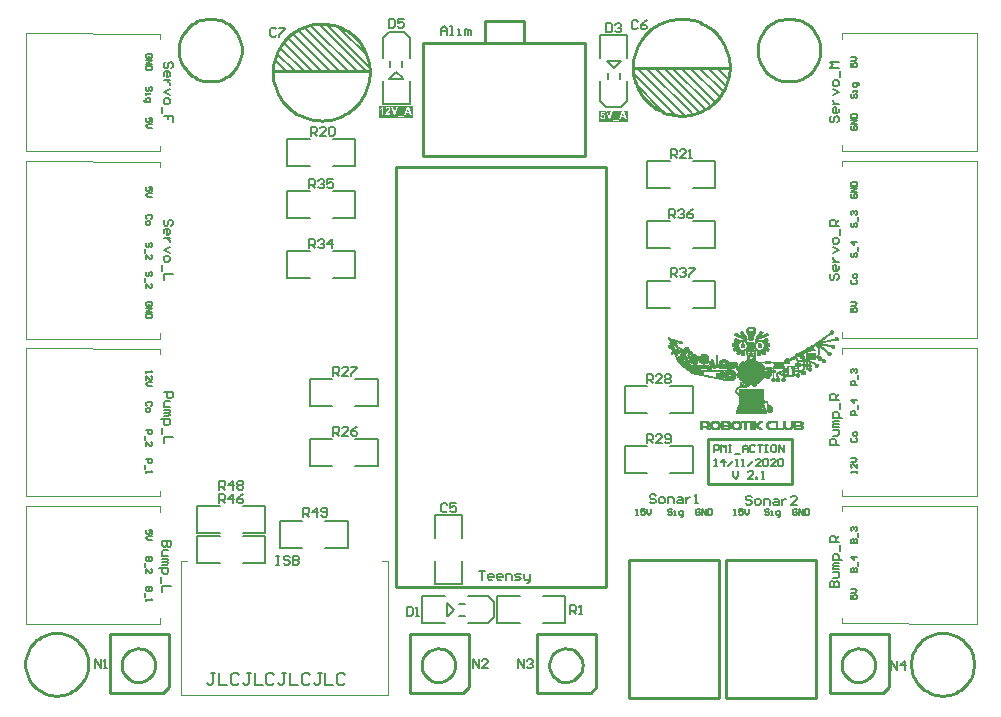
<source format=gto>
G04 Layer_Color=65535*
%FSLAX25Y25*%
%MOIN*%
G70*
G01*
G75*
%ADD28C,0.01000*%
%ADD29C,0.00787*%
%ADD30C,0.00500*%
%ADD31C,0.00591*%
%ADD32C,0.00394*%
%ADD33C,0.00100*%
G36*
X130445Y193993D02*
X119200D01*
Y197875D01*
X130445D01*
Y193993D01*
D02*
G37*
G36*
X202076Y192493D02*
X192700D01*
Y196360D01*
X202076D01*
Y192493D01*
D02*
G37*
%LPC*%
G36*
X125586Y197560D02*
X125035D01*
X124410Y195666D01*
X123759Y197560D01*
X123200D01*
X124118Y195000D01*
X124676D01*
X125586Y197560D01*
D02*
G37*
G36*
X122242Y197575D02*
X122205D01*
X122142Y197572D01*
X122083Y197568D01*
X121968Y197549D01*
X121872Y197520D01*
X121827Y197505D01*
X121787Y197486D01*
X121750Y197472D01*
X121720Y197453D01*
X121690Y197438D01*
X121668Y197427D01*
X121650Y197412D01*
X121639Y197405D01*
X121631Y197401D01*
X121627Y197398D01*
X121587Y197361D01*
X121550Y197324D01*
X121517Y197279D01*
X121487Y197231D01*
X121442Y197135D01*
X121405Y197042D01*
X121394Y196994D01*
X121383Y196954D01*
X121372Y196917D01*
X121369Y196883D01*
X121361Y196854D01*
Y196835D01*
X121357Y196820D01*
Y196817D01*
X121846Y196769D01*
X121853Y196843D01*
X121868Y196906D01*
X121883Y196961D01*
X121901Y197002D01*
X121916Y197035D01*
X121931Y197057D01*
X121942Y197072D01*
X121946Y197076D01*
X121983Y197105D01*
X122023Y197127D01*
X122064Y197146D01*
X122105Y197157D01*
X122138Y197164D01*
X122168Y197168D01*
X122194D01*
X122249Y197164D01*
X122297Y197153D01*
X122338Y197139D01*
X122375Y197124D01*
X122401Y197109D01*
X122423Y197094D01*
X122434Y197083D01*
X122438Y197079D01*
X122467Y197042D01*
X122490Y197002D01*
X122504Y196961D01*
X122515Y196920D01*
X122523Y196883D01*
X122527Y196850D01*
Y196832D01*
Y196828D01*
Y196824D01*
X122523Y196769D01*
X122512Y196717D01*
X122493Y196665D01*
X122475Y196621D01*
X122456Y196580D01*
X122438Y196550D01*
X122427Y196532D01*
X122423Y196524D01*
X122408Y196502D01*
X122386Y196476D01*
X122356Y196443D01*
X122327Y196413D01*
X122260Y196343D01*
X122194Y196273D01*
X122127Y196206D01*
X122097Y196177D01*
X122068Y196154D01*
X122046Y196132D01*
X122031Y196117D01*
X122020Y196106D01*
X122016Y196103D01*
X121942Y196032D01*
X121875Y195966D01*
X121812Y195903D01*
X121757Y195847D01*
X121705Y195792D01*
X121661Y195740D01*
X121620Y195696D01*
X121587Y195651D01*
X121557Y195614D01*
X121531Y195581D01*
X121509Y195555D01*
X121494Y195529D01*
X121479Y195514D01*
X121472Y195500D01*
X121465Y195492D01*
Y195488D01*
X121417Y195403D01*
X121380Y195315D01*
X121350Y195233D01*
X121328Y195159D01*
X121313Y195092D01*
X121309Y195067D01*
X121306Y195044D01*
X121302Y195026D01*
X121298Y195011D01*
Y195004D01*
Y195000D01*
X123019D01*
Y195455D01*
X122042D01*
X122072Y195503D01*
X122105Y195544D01*
X122120Y195562D01*
X122131Y195577D01*
X122138Y195585D01*
X122142Y195588D01*
X122157Y195603D01*
X122171Y195622D01*
X122216Y195662D01*
X122264Y195710D01*
X122312Y195758D01*
X122360Y195803D01*
X122401Y195840D01*
X122416Y195855D01*
X122427Y195866D01*
X122434Y195870D01*
X122438Y195873D01*
X122519Y195951D01*
X122586Y196014D01*
X122641Y196073D01*
X122686Y196117D01*
X122719Y196154D01*
X122741Y196180D01*
X122756Y196199D01*
X122760Y196203D01*
X122808Y196265D01*
X122848Y196325D01*
X122882Y196380D01*
X122908Y196428D01*
X122930Y196469D01*
X122945Y196502D01*
X122952Y196521D01*
X122956Y196528D01*
X122978Y196587D01*
X122993Y196646D01*
X123004Y196702D01*
X123011Y196754D01*
X123015Y196794D01*
X123019Y196828D01*
Y196850D01*
Y196857D01*
X123015Y196913D01*
X123008Y196968D01*
X123000Y197020D01*
X122985Y197068D01*
X122948Y197153D01*
X122911Y197227D01*
X122889Y197261D01*
X122871Y197287D01*
X122852Y197312D01*
X122834Y197331D01*
X122819Y197346D01*
X122811Y197361D01*
X122804Y197364D01*
X122800Y197368D01*
X122760Y197405D01*
X122712Y197438D01*
X122667Y197464D01*
X122615Y197486D01*
X122519Y197523D01*
X122423Y197549D01*
X122379Y197557D01*
X122338Y197564D01*
X122301Y197568D01*
X122268Y197572D01*
X122242Y197575D01*
D02*
G37*
G36*
X129116Y197560D02*
X128569D01*
X127577Y195000D01*
X128125D01*
X128336Y195581D01*
X129364D01*
X129586Y195000D01*
X130145D01*
X129116Y197560D01*
D02*
G37*
G36*
X120625Y197575D02*
X120225D01*
X120188Y197490D01*
X120140Y197412D01*
X120088Y197338D01*
X120036Y197279D01*
X119992Y197231D01*
X119951Y197194D01*
X119937Y197179D01*
X119925Y197168D01*
X119918Y197164D01*
X119914Y197161D01*
X119833Y197102D01*
X119755Y197050D01*
X119685Y197009D01*
X119622Y196979D01*
X119570Y196957D01*
X119533Y196939D01*
X119518Y196935D01*
X119507Y196931D01*
X119504Y196928D01*
X119500D01*
Y196484D01*
X119633Y196536D01*
X119752Y196591D01*
X119807Y196621D01*
X119859Y196654D01*
X119907Y196684D01*
X119951Y196713D01*
X119992Y196743D01*
X120029Y196769D01*
X120059Y196791D01*
X120085Y196813D01*
X120107Y196832D01*
X120122Y196843D01*
X120129Y196850D01*
X120133Y196854D01*
Y195000D01*
X120625D01*
Y197575D01*
D02*
G37*
G36*
X127596Y194612D02*
X125553D01*
Y194293D01*
X127596D01*
Y194612D01*
D02*
G37*
%LPD*%
G36*
X129198Y196014D02*
X128491D01*
X128839Y196965D01*
X129198Y196014D01*
D02*
G37*
%LPC*%
G36*
X194609Y196027D02*
X193311D01*
X193059Y194691D01*
X193455Y194636D01*
X193488Y194669D01*
X193522Y194699D01*
X193555Y194725D01*
X193588Y194747D01*
X193651Y194780D01*
X193710Y194802D01*
X193762Y194814D01*
X193799Y194821D01*
X193814Y194825D01*
X193836D01*
X193895Y194821D01*
X193951Y194806D01*
X193999Y194788D01*
X194040Y194765D01*
X194069Y194739D01*
X194095Y194721D01*
X194110Y194706D01*
X194114Y194702D01*
X194151Y194654D01*
X194177Y194599D01*
X194195Y194540D01*
X194206Y194481D01*
X194217Y194429D01*
X194221Y194388D01*
Y194369D01*
Y194358D01*
Y194351D01*
Y194347D01*
X194217Y194258D01*
X194206Y194181D01*
X194188Y194118D01*
X194169Y194066D01*
X194147Y194022D01*
X194132Y193992D01*
X194117Y193977D01*
X194114Y193970D01*
X194073Y193929D01*
X194029Y193896D01*
X193984Y193874D01*
X193944Y193859D01*
X193906Y193851D01*
X193877Y193848D01*
X193858Y193844D01*
X193851D01*
X193803Y193848D01*
X193755Y193859D01*
X193714Y193874D01*
X193681Y193892D01*
X193651Y193911D01*
X193629Y193925D01*
X193614Y193937D01*
X193611Y193940D01*
X193577Y193981D01*
X193548Y194022D01*
X193525Y194066D01*
X193511Y194107D01*
X193500Y194144D01*
X193492Y194177D01*
X193488Y194196D01*
Y194203D01*
X193000Y194151D01*
X193011Y194092D01*
X193022Y194036D01*
X193059Y193937D01*
X193100Y193848D01*
X193122Y193811D01*
X193148Y193774D01*
X193170Y193744D01*
X193189Y193718D01*
X193211Y193696D01*
X193226Y193674D01*
X193240Y193659D01*
X193252Y193648D01*
X193259Y193644D01*
X193263Y193641D01*
X193307Y193607D01*
X193351Y193578D01*
X193400Y193552D01*
X193448Y193533D01*
X193548Y193496D01*
X193636Y193474D01*
X193681Y193467D01*
X193718Y193463D01*
X193755Y193459D01*
X193784Y193456D01*
X193810Y193452D01*
X193844D01*
X193925Y193456D01*
X194003Y193467D01*
X194073Y193482D01*
X194140Y193504D01*
X194202Y193530D01*
X194258Y193559D01*
X194310Y193589D01*
X194358Y193622D01*
X194399Y193652D01*
X194436Y193681D01*
X194469Y193711D01*
X194495Y193737D01*
X194513Y193759D01*
X194528Y193774D01*
X194536Y193785D01*
X194539Y193789D01*
X194572Y193837D01*
X194602Y193885D01*
X194624Y193933D01*
X194647Y193985D01*
X194680Y194081D01*
X194702Y194170D01*
X194709Y194207D01*
X194713Y194244D01*
X194720Y194277D01*
Y194307D01*
X194724Y194329D01*
Y194344D01*
Y194355D01*
Y194358D01*
X194720Y194429D01*
X194713Y194495D01*
X194702Y194558D01*
X194687Y194617D01*
X194672Y194669D01*
X194650Y194721D01*
X194632Y194769D01*
X194609Y194810D01*
X194587Y194847D01*
X194569Y194880D01*
X194547Y194910D01*
X194532Y194932D01*
X194517Y194950D01*
X194506Y194965D01*
X194499Y194973D01*
X194495Y194976D01*
X194450Y195017D01*
X194406Y195054D01*
X194358Y195087D01*
X194310Y195117D01*
X194265Y195139D01*
X194217Y195158D01*
X194132Y195187D01*
X194091Y195198D01*
X194054Y195206D01*
X194021Y195209D01*
X193995Y195213D01*
X193973Y195217D01*
X193940D01*
X193877Y195213D01*
X193814Y195202D01*
X193758Y195191D01*
X193707Y195176D01*
X193666Y195158D01*
X193633Y195147D01*
X193611Y195135D01*
X193607Y195132D01*
X193603D01*
X193681Y195568D01*
X194609D01*
Y196027D01*
D02*
G37*
G36*
X197218Y196060D02*
X196667D01*
X196041Y194166D01*
X195390Y196060D01*
X194832D01*
X195749Y193500D01*
X196308D01*
X197218Y196060D01*
D02*
G37*
G36*
X199227Y193112D02*
X197185D01*
Y192793D01*
X199227D01*
Y193112D01*
D02*
G37*
G36*
X200748Y196060D02*
X200200D01*
X199209Y193500D01*
X199756D01*
X199967Y194081D01*
X200996D01*
X201218Y193500D01*
X201776D01*
X200748Y196060D01*
D02*
G37*
%LPD*%
G36*
X200829Y194514D02*
X200122D01*
X200470Y195465D01*
X200829Y194514D01*
D02*
G37*
D28*
X116142Y209193D02*
X116111Y210196D01*
X116017Y211196D01*
X115861Y212188D01*
X115645Y213168D01*
X115367Y214133D01*
X115030Y215079D01*
X114635Y216002D01*
X114184Y216899D01*
X113677Y217766D01*
X113118Y218599D01*
X112507Y219397D01*
X111849Y220155D01*
X111145Y220870D01*
X110397Y221540D01*
X109609Y222163D01*
X108784Y222735D01*
X107925Y223255D01*
X107036Y223721D01*
X106119Y224130D01*
X105179Y224481D01*
X104218Y224774D01*
X103241Y225006D01*
X102252Y225177D01*
X101254Y225286D01*
X100251Y225333D01*
X99247Y225317D01*
X98246Y225239D01*
X97252Y225099D01*
X96268Y224897D01*
X95299Y224635D01*
X94348Y224313D01*
X93419Y223932D01*
X92516Y223495D01*
X91641Y223002D01*
X90799Y222455D01*
X89992Y221858D01*
X89224Y221211D01*
X88498Y220518D01*
X87816Y219781D01*
X87181Y219003D01*
X86596Y218187D01*
X86063Y217336D01*
X85584Y216454D01*
X85160Y215544D01*
X84794Y214609D01*
X84487Y213653D01*
X84239Y212680D01*
X84053Y211693D01*
X83929Y210697D01*
X83866Y209695D01*
Y208691D01*
X83929Y207689D01*
X84053Y206693D01*
X84239Y205706D01*
X84487Y204733D01*
X84794Y203777D01*
X85160Y202842D01*
X85584Y201932D01*
X86063Y201050D01*
X86596Y200199D01*
X87181Y199383D01*
X87816Y198605D01*
X88498Y197868D01*
X89224Y197175D01*
X89992Y196528D01*
X90799Y195931D01*
X91641Y195384D01*
X92516Y194891D01*
X93419Y194454D01*
X94348Y194073D01*
X95299Y193751D01*
X96268Y193488D01*
X97252Y193287D01*
X98246Y193147D01*
X99247Y193069D01*
X100251Y193053D01*
X101254Y193100D01*
X102252Y193209D01*
X103241Y193380D01*
X104218Y193612D01*
X105179Y193904D01*
X106119Y194256D01*
X107036Y194665D01*
X107925Y195131D01*
X108784Y195651D01*
X109609Y196223D01*
X110397Y196846D01*
X111145Y197516D01*
X111849Y198231D01*
X112508Y198989D01*
X113118Y199786D01*
X113677Y200620D01*
X114184Y201487D01*
X114635Y202384D01*
X115030Y203307D01*
X115367Y204253D01*
X115645Y205218D01*
X115861Y206198D01*
X116017Y207190D01*
X116111Y208190D01*
X116142Y209193D01*
X236142Y210807D02*
X236110Y211811D01*
X236017Y212810D01*
X235861Y213802D01*
X235645Y214783D01*
X235367Y215747D01*
X235030Y216693D01*
X234635Y217616D01*
X234184Y218513D01*
X233677Y219380D01*
X233118Y220214D01*
X232507Y221011D01*
X231849Y221769D01*
X231145Y222484D01*
X230397Y223154D01*
X229609Y223777D01*
X228784Y224349D01*
X227925Y224869D01*
X227036Y225335D01*
X226119Y225744D01*
X225179Y226096D01*
X224218Y226388D01*
X223241Y226620D01*
X222252Y226791D01*
X221254Y226900D01*
X220251Y226947D01*
X219247Y226931D01*
X218246Y226853D01*
X217252Y226713D01*
X216268Y226512D01*
X215299Y226249D01*
X214348Y225927D01*
X213419Y225547D01*
X212516Y225109D01*
X211641Y224616D01*
X210799Y224069D01*
X209992Y223472D01*
X209224Y222825D01*
X208498Y222132D01*
X207816Y221395D01*
X207181Y220617D01*
X206596Y219801D01*
X206063Y218950D01*
X205584Y218068D01*
X205160Y217158D01*
X204794Y216223D01*
X204487Y215267D01*
X204239Y214294D01*
X204053Y213307D01*
X203928Y212311D01*
X203866Y211309D01*
Y210305D01*
X203928Y209303D01*
X204053Y208307D01*
X204239Y207320D01*
X204487Y206347D01*
X204794Y205391D01*
X205160Y204456D01*
X205584Y203546D01*
X206063Y202664D01*
X206596Y201813D01*
X207181Y200997D01*
X207816Y200219D01*
X208498Y199482D01*
X209224Y198789D01*
X209992Y198142D01*
X210799Y197545D01*
X211641Y196998D01*
X212516Y196505D01*
X213419Y196068D01*
X214348Y195687D01*
X215299Y195365D01*
X216268Y195103D01*
X217252Y194901D01*
X218246Y194761D01*
X219247Y194683D01*
X220251Y194667D01*
X221254Y194714D01*
X222252Y194823D01*
X223241Y194994D01*
X224218Y195226D01*
X225179Y195519D01*
X226119Y195870D01*
X227036Y196280D01*
X227926Y196745D01*
X228784Y197265D01*
X229609Y197837D01*
X230397Y198460D01*
X231145Y199130D01*
X231849Y199846D01*
X232508Y200603D01*
X233118Y201401D01*
X233677Y202234D01*
X234184Y203101D01*
X234635Y203998D01*
X235030Y204921D01*
X235367Y205867D01*
X235645Y206832D01*
X235861Y207812D01*
X236017Y208804D01*
X236110Y209804D01*
X236142Y210807D01*
X22284Y11811D02*
X22236Y12807D01*
X22094Y13793D01*
X21859Y14761D01*
X21533Y15703D01*
X21119Y16610D01*
X20621Y17473D01*
X20043Y18285D01*
X19390Y19038D01*
X18669Y19726D01*
X17886Y20342D01*
X17047Y20880D01*
X16161Y21337D01*
X15236Y21708D01*
X14280Y21988D01*
X13301Y22177D01*
X12309Y22272D01*
X11313D01*
X10321Y22177D01*
X9342Y21988D01*
X8386Y21708D01*
X7461Y21337D01*
X6575Y20880D01*
X5736Y20342D01*
X4953Y19726D01*
X4232Y19038D01*
X3579Y18285D01*
X3001Y17473D01*
X2503Y16610D01*
X2089Y15703D01*
X1763Y14761D01*
X1528Y13793D01*
X1386Y12807D01*
X1339Y11811D01*
X1386Y10816D01*
X1528Y9829D01*
X1763Y8861D01*
X2089Y7919D01*
X2503Y7012D01*
X3001Y6149D01*
X3579Y5337D01*
X4232Y4584D01*
X4953Y3897D01*
X5736Y3280D01*
X6575Y2742D01*
X7461Y2285D01*
X8386Y1915D01*
X9342Y1634D01*
X10321Y1445D01*
X11313Y1350D01*
X12309D01*
X13301Y1445D01*
X14280Y1634D01*
X15236Y1915D01*
X16161Y2285D01*
X17047Y2742D01*
X17886Y3280D01*
X18669Y3897D01*
X19390Y4584D01*
X20043Y5337D01*
X20621Y6149D01*
X21119Y7012D01*
X21533Y7919D01*
X21859Y8861D01*
X22094Y9829D01*
X22236Y10816D01*
X22284Y11811D01*
X317559D02*
X317512Y12807D01*
X317370Y13793D01*
X317135Y14761D01*
X316809Y15703D01*
X316395Y16610D01*
X315897Y17473D01*
X315318Y18285D01*
X314666Y19038D01*
X313945Y19726D01*
X313161Y20342D01*
X312323Y20880D01*
X311437Y21337D01*
X310512Y21708D01*
X309556Y21988D01*
X308577Y22177D01*
X307585Y22272D01*
X306588D01*
X305596Y22177D01*
X304618Y21988D01*
X303661Y21708D01*
X302736Y21337D01*
X301850Y20880D01*
X301012Y20342D01*
X300229Y19726D01*
X299507Y19038D01*
X298855Y18285D01*
X298277Y17473D01*
X297778Y16610D01*
X297364Y15703D01*
X297038Y14761D01*
X296803Y13793D01*
X296662Y12807D01*
X296614Y11811D01*
X296662Y10816D01*
X296803Y9829D01*
X297038Y8861D01*
X297364Y7919D01*
X297778Y7012D01*
X298277Y6149D01*
X298855Y5337D01*
X299507Y4584D01*
X300229Y3897D01*
X301012Y3280D01*
X301850Y2742D01*
X302736Y2285D01*
X303661Y1915D01*
X304618Y1634D01*
X305596Y1445D01*
X306588Y1350D01*
X307585D01*
X308577Y1445D01*
X309556Y1634D01*
X310512Y1915D01*
X311437Y2285D01*
X312323Y2742D01*
X313161Y3280D01*
X313945Y3897D01*
X314666Y4584D01*
X315318Y5337D01*
X315897Y6149D01*
X316395Y7012D01*
X316809Y7919D01*
X317135Y8861D01*
X317370Y9829D01*
X317512Y10816D01*
X317559Y11811D01*
X73465Y216535D02*
X73417Y217531D01*
X73275Y218517D01*
X73040Y219486D01*
X72714Y220428D01*
X72300Y221334D01*
X71802Y222197D01*
X71224Y223009D01*
X70571Y223762D01*
X69850Y224450D01*
X69067Y225066D01*
X68228Y225605D01*
X67343Y226062D01*
X66417Y226432D01*
X65461Y226713D01*
X64482Y226901D01*
X63490Y226996D01*
X62494D01*
X61502Y226901D01*
X60523Y226713D01*
X59567Y226432D01*
X58642Y226062D01*
X57756Y225605D01*
X56918Y225066D01*
X56134Y224450D01*
X55413Y223762D01*
X54760Y223009D01*
X54182Y222197D01*
X53684Y221334D01*
X53270Y220428D01*
X52944Y219486D01*
X52709Y218517D01*
X52567Y217531D01*
X52520Y216535D01*
X52567Y215540D01*
X52709Y214553D01*
X52944Y213585D01*
X53270Y212643D01*
X53684Y211737D01*
X54182Y210874D01*
X54760Y210062D01*
X55413Y209309D01*
X56134Y208621D01*
X56918Y208005D01*
X57756Y207466D01*
X58642Y207009D01*
X59567Y206639D01*
X60523Y206358D01*
X61502Y206170D01*
X62494Y206075D01*
X63490D01*
X64482Y206170D01*
X65461Y206358D01*
X66417Y206639D01*
X67343Y207009D01*
X68228Y207466D01*
X69067Y208005D01*
X69850Y208621D01*
X70571Y209309D01*
X71224Y210062D01*
X71802Y210874D01*
X72300Y211737D01*
X72714Y212643D01*
X73040Y213585D01*
X73275Y214553D01*
X73417Y215540D01*
X73465Y216535D01*
X266378D02*
X266331Y217531D01*
X266189Y218517D01*
X265954Y219486D01*
X265628Y220428D01*
X265214Y221334D01*
X264716Y222197D01*
X264137Y223009D01*
X263485Y223762D01*
X262764Y224450D01*
X261980Y225066D01*
X261142Y225605D01*
X260256Y226062D01*
X259331Y226432D01*
X258375Y226713D01*
X257396Y226901D01*
X256404Y226996D01*
X255407D01*
X254415Y226901D01*
X253436Y226713D01*
X252480Y226432D01*
X251555Y226062D01*
X250669Y225605D01*
X249831Y225066D01*
X249047Y224450D01*
X248326Y223762D01*
X247674Y223009D01*
X247095Y222197D01*
X246597Y221334D01*
X246183Y220428D01*
X245857Y219486D01*
X245622Y218517D01*
X245480Y217531D01*
X245433Y216535D01*
X245480Y215540D01*
X245622Y214553D01*
X245857Y213585D01*
X246183Y212643D01*
X246597Y211737D01*
X247095Y210874D01*
X247674Y210062D01*
X248326Y209309D01*
X249047Y208621D01*
X249831Y208005D01*
X250669Y207466D01*
X251555Y207009D01*
X252480Y206639D01*
X253436Y206358D01*
X254415Y206170D01*
X255407Y206075D01*
X256404D01*
X257396Y206170D01*
X258375Y206358D01*
X259331Y206639D01*
X260256Y207009D01*
X261142Y207466D01*
X261980Y208005D01*
X262764Y208621D01*
X263485Y209309D01*
X264137Y210062D01*
X264716Y210874D01*
X265214Y211737D01*
X265628Y212643D01*
X265954Y213585D01*
X266189Y214553D01*
X266331Y215540D01*
X266378Y216535D01*
X44590Y11500D02*
X44500Y12498D01*
X44234Y13464D01*
X43799Y14367D01*
X43210Y15178D01*
X42485Y15871D01*
X41649Y16423D01*
X40727Y16817D01*
X39750Y17040D01*
X38749Y17085D01*
X37756Y16950D01*
X36803Y16640D01*
X35920Y16165D01*
X35137Y15540D01*
X34477Y14786D01*
X33963Y13926D01*
X33611Y12987D01*
X33432Y12001D01*
Y10999D01*
X33611Y10013D01*
X33963Y9075D01*
X34477Y8214D01*
X35137Y7459D01*
X35920Y6835D01*
X36803Y6360D01*
X37756Y6050D01*
X38749Y5915D01*
X39750Y5960D01*
X40727Y6183D01*
X41649Y6577D01*
X42485Y7129D01*
X43210Y7822D01*
X43799Y8633D01*
X44234Y9536D01*
X44500Y10502D01*
X44590Y11500D01*
X144590D02*
X144500Y12498D01*
X144234Y13464D01*
X143799Y14367D01*
X143210Y15178D01*
X142485Y15871D01*
X141649Y16423D01*
X140727Y16817D01*
X139750Y17040D01*
X138749Y17085D01*
X137756Y16950D01*
X136803Y16640D01*
X135920Y16165D01*
X135137Y15540D01*
X134477Y14786D01*
X133963Y13926D01*
X133611Y12987D01*
X133432Y12001D01*
Y10999D01*
X133611Y10013D01*
X133963Y9075D01*
X134477Y8214D01*
X135137Y7459D01*
X135920Y6835D01*
X136803Y6360D01*
X137756Y6050D01*
X138749Y5915D01*
X139750Y5960D01*
X140727Y6183D01*
X141649Y6577D01*
X142485Y7129D01*
X143210Y7822D01*
X143799Y8633D01*
X144234Y9536D01*
X144500Y10502D01*
X144590Y11500D01*
X187090D02*
X187000Y12498D01*
X186734Y13464D01*
X186299Y14367D01*
X185710Y15178D01*
X184985Y15871D01*
X184149Y16423D01*
X183228Y16817D01*
X182250Y17040D01*
X181249Y17085D01*
X180256Y16950D01*
X179303Y16640D01*
X178420Y16165D01*
X177637Y15540D01*
X176978Y14786D01*
X176463Y13926D01*
X176111Y12987D01*
X175932Y12001D01*
Y10999D01*
X176111Y10013D01*
X176463Y9075D01*
X176978Y8214D01*
X177637Y7459D01*
X178420Y6835D01*
X179303Y6360D01*
X180256Y6050D01*
X181249Y5915D01*
X182250Y5960D01*
X183228Y6183D01*
X184149Y6577D01*
X184985Y7129D01*
X185710Y7822D01*
X186299Y8633D01*
X186734Y9536D01*
X187000Y10502D01*
X187090Y11500D01*
X284590D02*
X284500Y12498D01*
X284234Y13464D01*
X283799Y14367D01*
X283210Y15178D01*
X282485Y15871D01*
X281649Y16423D01*
X280728Y16817D01*
X279750Y17040D01*
X278749Y17085D01*
X277756Y16950D01*
X276803Y16640D01*
X275920Y16165D01*
X275137Y15540D01*
X274478Y14786D01*
X273963Y13926D01*
X273611Y12987D01*
X273432Y12001D01*
Y10999D01*
X273611Y10013D01*
X273963Y9075D01*
X274478Y8214D01*
X275137Y7459D01*
X275920Y6835D01*
X276803Y6360D01*
X277756Y6050D01*
X278749Y5915D01*
X279750Y5960D01*
X280728Y6183D01*
X281649Y6577D01*
X282485Y7129D01*
X283210Y7822D01*
X283799Y8633D01*
X284234Y9536D01*
X284500Y10502D01*
X284590Y11500D01*
X84252Y209390D02*
X115748D01*
X91142D02*
Y209390D01*
X204252Y210610D02*
X235748D01*
X228858Y210610D02*
Y210610D01*
X202500Y46476D02*
X232500D01*
X202500Y413D02*
Y46476D01*
X232500Y413D02*
Y46476D01*
X202500Y413D02*
X232500D01*
X235000Y46476D02*
X265000D01*
X235000Y413D02*
Y46476D01*
X265000Y413D02*
Y46476D01*
X235000Y413D02*
X265000D01*
X195000Y37500D02*
Y177500D01*
X125000D02*
X195000D01*
X125000Y37500D02*
Y177500D01*
Y37500D02*
X195000D01*
X187800Y181100D02*
Y218900D01*
X133900D02*
X187800D01*
X133900Y181100D02*
X187800D01*
X154600Y218900D02*
Y226100D01*
X167600D01*
Y218900D02*
Y226100D01*
X133900Y181100D02*
Y218900D01*
X229000Y72000D02*
X257000D01*
X229000D02*
Y87000D01*
X257000D01*
Y72000D02*
Y87000D01*
X49213Y4213D02*
Y21929D01*
X47244Y2244D02*
X49213Y4213D01*
X29528Y2244D02*
X47244D01*
X29528D02*
Y21929D01*
X49213D01*
X149213Y4213D02*
Y21929D01*
X147244Y2244D02*
X149213Y4213D01*
X129528Y2244D02*
X147244D01*
X129528D02*
Y21929D01*
X149213D01*
X191713Y4213D02*
Y21929D01*
X189744Y2244D02*
X191713Y4213D01*
X172028Y2244D02*
X189744D01*
X172028D02*
Y21929D01*
X191713D01*
X289213Y4213D02*
Y21929D01*
X287244Y2244D02*
X289213Y4213D01*
X269528Y2244D02*
X287244D01*
X269528D02*
Y21929D01*
X289213D01*
D29*
X86110Y59500D02*
X93610D01*
X86110Y50500D02*
Y59500D01*
Y50500D02*
X93610D01*
X101390Y59500D02*
X108890D01*
Y50500D02*
Y59500D01*
X101390Y50500D02*
X108890D01*
X58610Y64500D02*
X66110D01*
X58610Y55500D02*
Y64500D01*
Y55500D02*
X66110D01*
X73890Y64500D02*
X81390D01*
Y55500D02*
Y64500D01*
X73890Y55500D02*
X81390D01*
X58610Y54500D02*
X66110D01*
X58610Y45500D02*
Y54500D01*
Y45500D02*
X66110D01*
X73890Y54500D02*
X81390D01*
Y45500D02*
Y54500D01*
X73890Y45500D02*
X81390D01*
X158610Y34500D02*
X166110D01*
X158610Y25500D02*
Y34500D01*
Y25500D02*
X166110D01*
X173890Y34500D02*
X181390D01*
Y25500D02*
Y34500D01*
X173890Y25500D02*
X181390D01*
X120500Y198610D02*
Y206110D01*
Y198610D02*
X129500D01*
Y206110D01*
X120500Y213890D02*
Y220610D01*
X129500Y213890D02*
Y220610D01*
X122500Y222610D02*
X127500D01*
X120500Y220610D02*
X122500Y222610D01*
X127500D02*
X129500Y220610D01*
X202000Y213890D02*
Y221390D01*
X193000D02*
X202000D01*
X193000Y213890D02*
Y221390D01*
X202000Y199390D02*
Y206110D01*
X193000Y199390D02*
Y206110D01*
X195000Y197390D02*
X200000D01*
X202000Y199390D01*
X193000D02*
X195000Y197390D01*
X133610Y34500D02*
X141110D01*
X133610Y25500D02*
Y34500D01*
Y25500D02*
X141110D01*
X148890Y34500D02*
X155610D01*
X148890Y25500D02*
X155610D01*
X157610Y27500D02*
Y32500D01*
X155610Y34500D02*
X157610Y32500D01*
X155610Y25500D02*
X157610Y27500D01*
X138000Y38610D02*
Y46110D01*
Y38610D02*
X147000D01*
Y46110D01*
X138000Y53890D02*
Y61390D01*
X147000D01*
Y53890D02*
Y61390D01*
X88610Y187000D02*
X96110D01*
X88610Y178000D02*
Y187000D01*
Y178000D02*
X96110D01*
X103890Y187000D02*
X111390D01*
Y178000D02*
Y187000D01*
X103890Y178000D02*
X111390D01*
X223890Y170500D02*
X231390D01*
Y179500D01*
X223890D02*
X231390D01*
X208610Y170500D02*
X216110D01*
X208610D02*
Y179500D01*
X216110D01*
X96110Y87000D02*
X103610D01*
X96110Y78000D02*
Y87000D01*
Y78000D02*
X103610D01*
X111390Y87000D02*
X118890D01*
Y78000D02*
Y87000D01*
X111390Y78000D02*
X118890D01*
X96110Y107000D02*
X103610D01*
X96110Y98000D02*
Y107000D01*
Y98000D02*
X103610D01*
X111390Y107000D02*
X118890D01*
Y98000D02*
Y107000D01*
X111390Y98000D02*
X118890D01*
X216390Y95500D02*
X223890D01*
Y104500D01*
X216390D02*
X223890D01*
X201110Y95500D02*
X208610D01*
X201110D02*
Y104500D01*
X208610D01*
X216390Y75500D02*
X223890D01*
Y84500D01*
X216390D02*
X223890D01*
X201110Y75500D02*
X208610D01*
X201110D02*
Y84500D01*
X208610D01*
X88610Y149500D02*
X96110D01*
X88610Y140500D02*
Y149500D01*
Y140500D02*
X96110D01*
X103890Y149500D02*
X111390D01*
Y140500D02*
Y149500D01*
X103890Y140500D02*
X111390D01*
X88610Y169500D02*
X96110D01*
X88610Y160500D02*
Y169500D01*
Y160500D02*
X96110D01*
X103890Y169500D02*
X111390D01*
Y160500D02*
Y169500D01*
X103890Y160500D02*
X111390D01*
X223890Y150500D02*
X231390D01*
Y159500D01*
X223890D02*
X231390D01*
X208610Y150500D02*
X216110D01*
X208610D02*
Y159500D01*
X216110D01*
X223890Y130500D02*
X231390D01*
Y139500D01*
X223890D02*
X231390D01*
X208610Y130500D02*
X216110D01*
X208610D02*
Y139500D01*
X216110D01*
X64653Y8723D02*
X63341D01*
X63997D01*
Y5443D01*
X63341Y4787D01*
X62685D01*
X62029Y5443D01*
X65965Y8723D02*
Y4787D01*
X68589D01*
X72525Y8067D02*
X71869Y8723D01*
X70557D01*
X69901Y8067D01*
Y5443D01*
X70557Y4787D01*
X71869D01*
X72525Y5443D01*
X76460Y8723D02*
X75148D01*
X75804D01*
Y5443D01*
X75148Y4787D01*
X74493D01*
X73836Y5443D01*
X77772Y8723D02*
Y4787D01*
X80396D01*
X84332Y8067D02*
X83676Y8723D01*
X82364D01*
X81708Y8067D01*
Y5443D01*
X82364Y4787D01*
X83676D01*
X84332Y5443D01*
X88268Y8723D02*
X86956D01*
X87612D01*
Y5443D01*
X86956Y4787D01*
X86300D01*
X85644Y5443D01*
X89579Y8723D02*
Y4787D01*
X92203D01*
X96139Y8067D02*
X95483Y8723D01*
X94171D01*
X93515Y8067D01*
Y5443D01*
X94171Y4787D01*
X95483D01*
X96139Y5443D01*
X100075Y8723D02*
X98763D01*
X99419D01*
Y5443D01*
X98763Y4787D01*
X98107D01*
X97451Y5443D01*
X101387Y8723D02*
Y4787D01*
X104010D01*
X107946Y8067D02*
X107290Y8723D01*
X105978D01*
X105323Y8067D01*
Y5443D01*
X105978Y4787D01*
X107290D01*
X107946Y5443D01*
D30*
X124950Y209350D02*
X127226Y207074D01*
X122647Y207047D02*
X124950Y209350D01*
X195274Y212926D02*
X197550Y210650D01*
X199853Y212953D01*
X142074Y27774D02*
X144350Y30050D01*
X142047Y32353D02*
X144350Y30050D01*
X85236Y215295D02*
X91142Y209390D01*
X86221Y217264D02*
X94095Y209390D01*
X87205Y219232D02*
X97047Y209390D01*
X88945Y220445D02*
X100000Y209390D01*
X90421Y221921D02*
X102953Y209390D01*
X92148Y223148D02*
X105905Y209390D01*
X94124Y224124D02*
X108858Y209390D01*
X96600Y224600D02*
X111811Y209390D01*
X99077Y225077D02*
X114764Y209390D01*
X102053Y225053D02*
X116053Y211053D01*
X84744Y212835D02*
X88189Y209390D01*
X106000Y224000D02*
X115500Y214500D01*
X228858Y210610D02*
X234764Y204705D01*
X225905Y210610D02*
X233780Y202736D01*
X222953Y210610D02*
X232795Y200768D01*
X220000Y210610D02*
X231055Y199555D01*
X217047Y210610D02*
X229579Y198079D01*
X214094Y210610D02*
X227852Y196852D01*
X211142Y210610D02*
X225876Y195876D01*
X208189Y210610D02*
X223400Y195400D01*
X205236Y210610D02*
X220923Y194923D01*
X203947Y208947D02*
X217947Y194947D01*
X231811Y210610D02*
X235256Y207165D01*
X204500Y205500D02*
X214000Y196000D01*
X230837Y82456D02*
Y84955D01*
X232087D01*
X232503Y84539D01*
Y83706D01*
X232087Y83289D01*
X230837D01*
X233336Y82456D02*
Y84955D01*
X234169Y84122D01*
X235002Y84955D01*
Y82456D01*
X235836Y84955D02*
X236668D01*
X236252D01*
Y82456D01*
X235836D01*
X236668D01*
X237918Y82039D02*
X239584D01*
X240417Y82456D02*
Y84122D01*
X241250Y84955D01*
X242084Y84122D01*
Y82456D01*
Y83706D01*
X240417D01*
X244583Y84539D02*
X244166Y84955D01*
X243333D01*
X242916Y84539D01*
Y82873D01*
X243333Y82456D01*
X244166D01*
X244583Y82873D01*
X245416Y84955D02*
X247082D01*
X246249D01*
Y82456D01*
X247915Y84955D02*
X248748D01*
X248331D01*
Y82456D01*
X247915D01*
X248748D01*
X251247Y84955D02*
X250414D01*
X249998Y84539D01*
Y82873D01*
X250414Y82456D01*
X251247D01*
X251664Y82873D01*
Y84539D01*
X251247Y84955D01*
X252497Y82456D02*
Y84955D01*
X254163Y82456D01*
Y84955D01*
X231045Y77841D02*
X231878D01*
X231462D01*
Y80340D01*
X231045Y79923D01*
X234378Y77841D02*
Y80340D01*
X233128Y79090D01*
X234794D01*
X235627Y77841D02*
X237293Y79507D01*
X238126Y77841D02*
X238960D01*
X238543D01*
Y80340D01*
X238126Y79923D01*
X240209Y77841D02*
X241042D01*
X240626D01*
Y80340D01*
X240209Y79923D01*
X242292Y77841D02*
X243958Y79507D01*
X246457Y77841D02*
X244791D01*
X246457Y79507D01*
Y79923D01*
X246041Y80340D01*
X245208D01*
X244791Y79923D01*
X247290D02*
X247707Y80340D01*
X248540D01*
X248956Y79923D01*
Y78257D01*
X248540Y77841D01*
X247707D01*
X247290Y78257D01*
Y79923D01*
X251455Y77841D02*
X249789D01*
X251455Y79507D01*
Y79923D01*
X251039Y80340D01*
X250206D01*
X249789Y79923D01*
X252289D02*
X252705Y80340D01*
X253538D01*
X253955Y79923D01*
Y78257D01*
X253538Y77841D01*
X252705D01*
X252289Y78257D01*
Y79923D01*
X237293Y76141D02*
Y74475D01*
X238126Y73642D01*
X238960Y74475D01*
Y76141D01*
X243958Y73642D02*
X242292D01*
X243958Y75308D01*
Y75724D01*
X243541Y76141D01*
X242708D01*
X242292Y75724D01*
X244791Y73642D02*
Y74058D01*
X245208D01*
Y73642D01*
X244791D01*
X246874D02*
X247707D01*
X247290D01*
Y76141D01*
X246874Y75724D01*
X94000Y61000D02*
Y63999D01*
X95499D01*
X95999Y63499D01*
Y62499D01*
X95499Y62000D01*
X94000D01*
X95000D02*
X95999Y61000D01*
X98499D02*
Y63999D01*
X96999Y62499D01*
X98998D01*
X99998Y61500D02*
X100498Y61000D01*
X101498D01*
X101997Y61500D01*
Y63499D01*
X101498Y63999D01*
X100498D01*
X99998Y63499D01*
Y62999D01*
X100498Y62499D01*
X101997D01*
X66000Y70000D02*
Y72999D01*
X67500D01*
X67999Y72499D01*
Y71500D01*
X67500Y71000D01*
X66000D01*
X67000D02*
X67999Y70000D01*
X70499D02*
Y72999D01*
X68999Y71500D01*
X70998D01*
X71998Y72499D02*
X72498Y72999D01*
X73498D01*
X73997Y72499D01*
Y71999D01*
X73498Y71500D01*
X73997Y71000D01*
Y70500D01*
X73498Y70000D01*
X72498D01*
X71998Y70500D01*
Y71000D01*
X72498Y71500D01*
X71998Y71999D01*
Y72499D01*
X72498Y71500D02*
X73498D01*
X66000Y65500D02*
Y68499D01*
X67500D01*
X67999Y67999D01*
Y67000D01*
X67500Y66500D01*
X66000D01*
X67000D02*
X67999Y65500D01*
X70499D02*
Y68499D01*
X68999Y67000D01*
X70998D01*
X73997Y68499D02*
X72998Y67999D01*
X71998Y67000D01*
Y66000D01*
X72498Y65500D01*
X73498D01*
X73997Y66000D01*
Y66500D01*
X73498Y67000D01*
X71998D01*
X183000Y28500D02*
Y31499D01*
X184500D01*
X184999Y30999D01*
Y30000D01*
X184500Y29500D01*
X183000D01*
X184000D02*
X184999Y28500D01*
X185999D02*
X186999D01*
X186499D01*
Y31499D01*
X185999Y30999D01*
X122500Y226999D02*
Y224000D01*
X124000D01*
X124499Y224500D01*
Y226499D01*
X124000Y226999D01*
X122500D01*
X127498D02*
X125499D01*
Y225500D01*
X126499Y225999D01*
X126999D01*
X127498Y225500D01*
Y224500D01*
X126999Y224000D01*
X125999D01*
X125499Y224500D01*
X195000Y225499D02*
Y222500D01*
X196500D01*
X196999Y223000D01*
Y224999D01*
X196500Y225499D01*
X195000D01*
X197999Y224999D02*
X198499Y225499D01*
X199499D01*
X199998Y224999D01*
Y224499D01*
X199499Y224000D01*
X198999D01*
X199499D01*
X199998Y223500D01*
Y223000D01*
X199499Y222500D01*
X198499D01*
X197999Y223000D01*
X128500Y30999D02*
Y28000D01*
X129999D01*
X130499Y28500D01*
Y30499D01*
X129999Y30999D01*
X128500D01*
X131499Y28000D02*
X132499D01*
X131999D01*
Y30999D01*
X131499Y30499D01*
X84999Y223499D02*
X84500Y223999D01*
X83500D01*
X83000Y223499D01*
Y221500D01*
X83500Y221000D01*
X84500D01*
X84999Y221500D01*
X85999Y223999D02*
X87998D01*
Y223499D01*
X85999Y221500D01*
Y221000D01*
X205499Y225999D02*
X204999Y226499D01*
X204000D01*
X203500Y225999D01*
Y224000D01*
X204000Y223500D01*
X204999D01*
X205499Y224000D01*
X208498Y226499D02*
X207499Y225999D01*
X206499Y224999D01*
Y224000D01*
X206999Y223500D01*
X207998D01*
X208498Y224000D01*
Y224500D01*
X207998Y224999D01*
X206499D01*
X141999Y64999D02*
X141499Y65499D01*
X140500D01*
X140000Y64999D01*
Y63000D01*
X140500Y62500D01*
X141499D01*
X141999Y63000D01*
X144998Y65499D02*
X142999D01*
Y63999D01*
X143999Y64499D01*
X144499D01*
X144998Y63999D01*
Y63000D01*
X144499Y62500D01*
X143499D01*
X142999Y63000D01*
X269501Y37500D02*
X272500D01*
Y39000D01*
X272000Y39499D01*
X271500D01*
X271001Y39000D01*
Y37500D01*
Y39000D01*
X270501Y39499D01*
X270001D01*
X269501Y39000D01*
Y37500D01*
X270501Y40499D02*
X272000D01*
X272500Y40999D01*
Y42498D01*
X270501D01*
X272500Y43498D02*
X270501D01*
Y43998D01*
X271001Y44498D01*
X272500D01*
X271001D01*
X270501Y44998D01*
X271001Y45497D01*
X272500D01*
X273500Y46497D02*
X270501D01*
Y47997D01*
X271001Y48496D01*
X272000D01*
X272500Y47997D01*
Y46497D01*
X273000Y49496D02*
Y51495D01*
X272500Y52495D02*
X269501D01*
Y53995D01*
X270001Y54495D01*
X271001D01*
X271500Y53995D01*
Y52495D01*
Y53495D02*
X272500Y54495D01*
X85000Y47999D02*
X86000D01*
X85500D01*
Y45000D01*
X85000D01*
X86000D01*
X89499Y47499D02*
X88999Y47999D01*
X87999D01*
X87499Y47499D01*
Y46999D01*
X87999Y46499D01*
X88999D01*
X89499Y46000D01*
Y45500D01*
X88999Y45000D01*
X87999D01*
X87499Y45500D01*
X90498Y47999D02*
Y45000D01*
X91998D01*
X92498Y45500D01*
Y46000D01*
X91998Y46499D01*
X90498D01*
X91998D01*
X92498Y46999D01*
Y47499D01*
X91998Y47999D01*
X90498D01*
X24500Y10500D02*
Y13499D01*
X26499Y10500D01*
Y13499D01*
X27499Y10500D02*
X28499D01*
X27999D01*
Y13499D01*
X27499Y12999D01*
X150500Y10500D02*
Y13499D01*
X152499Y10500D01*
Y13499D01*
X155498Y10500D02*
X153499D01*
X155498Y12499D01*
Y12999D01*
X154999Y13499D01*
X153999D01*
X153499Y12999D01*
X165500Y10500D02*
Y13499D01*
X167499Y10500D01*
Y13499D01*
X168499Y12999D02*
X168999Y13499D01*
X169999D01*
X170498Y12999D01*
Y12499D01*
X169999Y11999D01*
X169499D01*
X169999D01*
X170498Y11500D01*
Y11000D01*
X169999Y10500D01*
X168999D01*
X168499Y11000D01*
X47500Y102500D02*
X50499D01*
Y101000D01*
X49999Y100501D01*
X49000D01*
X48500Y101000D01*
Y102500D01*
X49499Y99501D02*
X48000D01*
X47500Y99001D01*
Y97502D01*
X49499D01*
X47500Y96502D02*
X49499D01*
Y96002D01*
X49000Y95502D01*
X47500D01*
X49000D01*
X49499Y95002D01*
X49000Y94503D01*
X47500D01*
X46500Y93503D02*
X49499D01*
Y92003D01*
X49000Y91504D01*
X48000D01*
X47500Y92003D01*
Y93503D01*
X47000Y90504D02*
Y88504D01*
X50499Y87505D02*
X47500D01*
Y85505D01*
X272500Y85000D02*
X269501D01*
Y86500D01*
X270001Y86999D01*
X271001D01*
X271500Y86500D01*
Y85000D01*
X270501Y87999D02*
X272000D01*
X272500Y88499D01*
Y89998D01*
X270501D01*
X272500Y90998D02*
X270501D01*
Y91498D01*
X271001Y91998D01*
X272500D01*
X271001D01*
X270501Y92498D01*
X271001Y92997D01*
X272500D01*
X273500Y93997D02*
X270501D01*
Y95497D01*
X271001Y95996D01*
X272000D01*
X272500Y95497D01*
Y93997D01*
X273000Y96996D02*
Y98996D01*
X272500Y99995D02*
X269501D01*
Y101495D01*
X270001Y101995D01*
X271001D01*
X271500Y101495D01*
Y99995D01*
Y100995D02*
X272500Y101995D01*
X96500Y188000D02*
Y190999D01*
X98000D01*
X98499Y190499D01*
Y189499D01*
X98000Y189000D01*
X96500D01*
X97500D02*
X98499Y188000D01*
X101498D02*
X99499D01*
X101498Y189999D01*
Y190499D01*
X100999Y190999D01*
X99999D01*
X99499Y190499D01*
X102498D02*
X102998Y190999D01*
X103998D01*
X104497Y190499D01*
Y188500D01*
X103998Y188000D01*
X102998D01*
X102498Y188500D01*
Y190499D01*
X216500Y180500D02*
Y183499D01*
X218000D01*
X218499Y182999D01*
Y182000D01*
X218000Y181500D01*
X216500D01*
X217500D02*
X218499Y180500D01*
X221498D02*
X219499D01*
X221498Y182499D01*
Y182999D01*
X220999Y183499D01*
X219999D01*
X219499Y182999D01*
X222498Y180500D02*
X223498D01*
X222998D01*
Y183499D01*
X222498Y182999D01*
X104000Y88000D02*
Y90999D01*
X105499D01*
X105999Y90499D01*
Y89499D01*
X105499Y89000D01*
X104000D01*
X105000D02*
X105999Y88000D01*
X108998D02*
X106999D01*
X108998Y89999D01*
Y90499D01*
X108499Y90999D01*
X107499D01*
X106999Y90499D01*
X111997Y90999D02*
X110998Y90499D01*
X109998Y89499D01*
Y88500D01*
X110498Y88000D01*
X111498D01*
X111997Y88500D01*
Y89000D01*
X111498Y89499D01*
X109998D01*
X104000Y108000D02*
Y110999D01*
X105499D01*
X105999Y110499D01*
Y109500D01*
X105499Y109000D01*
X104000D01*
X105000D02*
X105999Y108000D01*
X108998D02*
X106999D01*
X108998Y109999D01*
Y110499D01*
X108499Y110999D01*
X107499D01*
X106999Y110499D01*
X109998Y110999D02*
X111997D01*
Y110499D01*
X109998Y108500D01*
Y108000D01*
X208500Y105500D02*
Y108499D01*
X209999D01*
X210499Y107999D01*
Y107000D01*
X209999Y106500D01*
X208500D01*
X209500D02*
X210499Y105500D01*
X213498D02*
X211499D01*
X213498Y107499D01*
Y107999D01*
X212999Y108499D01*
X211999D01*
X211499Y107999D01*
X214498D02*
X214998Y108499D01*
X215998D01*
X216497Y107999D01*
Y107499D01*
X215998Y107000D01*
X216497Y106500D01*
Y106000D01*
X215998Y105500D01*
X214998D01*
X214498Y106000D01*
Y106500D01*
X214998Y107000D01*
X214498Y107499D01*
Y107999D01*
X214998Y107000D02*
X215998D01*
X208500Y85500D02*
Y88499D01*
X209999D01*
X210499Y87999D01*
Y86999D01*
X209999Y86500D01*
X208500D01*
X209500D02*
X210499Y85500D01*
X213498D02*
X211499D01*
X213498Y87499D01*
Y87999D01*
X212999Y88499D01*
X211999D01*
X211499Y87999D01*
X214498Y86000D02*
X214998Y85500D01*
X215998D01*
X216497Y86000D01*
Y87999D01*
X215998Y88499D01*
X214998D01*
X214498Y87999D01*
Y87499D01*
X214998Y86999D01*
X216497D01*
X96000Y150500D02*
Y153499D01*
X97500D01*
X97999Y152999D01*
Y151999D01*
X97500Y151500D01*
X96000D01*
X97000D02*
X97999Y150500D01*
X98999Y152999D02*
X99499Y153499D01*
X100499D01*
X100998Y152999D01*
Y152499D01*
X100499Y151999D01*
X99999D01*
X100499D01*
X100998Y151500D01*
Y151000D01*
X100499Y150500D01*
X99499D01*
X98999Y151000D01*
X103498Y150500D02*
Y153499D01*
X101998Y151999D01*
X103997D01*
X96000Y170500D02*
Y173499D01*
X97500D01*
X97999Y172999D01*
Y172000D01*
X97500Y171500D01*
X96000D01*
X97000D02*
X97999Y170500D01*
X98999Y172999D02*
X99499Y173499D01*
X100499D01*
X100998Y172999D01*
Y172499D01*
X100499Y172000D01*
X99999D01*
X100499D01*
X100998Y171500D01*
Y171000D01*
X100499Y170500D01*
X99499D01*
X98999Y171000D01*
X103997Y173499D02*
X101998D01*
Y172000D01*
X102998Y172499D01*
X103498D01*
X103997Y172000D01*
Y171000D01*
X103498Y170500D01*
X102498D01*
X101998Y171000D01*
X216000Y160500D02*
Y163499D01*
X217499D01*
X217999Y162999D01*
Y161999D01*
X217499Y161500D01*
X216000D01*
X217000D02*
X217999Y160500D01*
X218999Y162999D02*
X219499Y163499D01*
X220498D01*
X220998Y162999D01*
Y162499D01*
X220498Y161999D01*
X219999D01*
X220498D01*
X220998Y161500D01*
Y161000D01*
X220498Y160500D01*
X219499D01*
X218999Y161000D01*
X223997Y163499D02*
X222998Y162999D01*
X221998Y161999D01*
Y161000D01*
X222498Y160500D01*
X223498D01*
X223997Y161000D01*
Y161500D01*
X223498Y161999D01*
X221998D01*
X216500Y141000D02*
Y143999D01*
X218000D01*
X218499Y143499D01*
Y142499D01*
X218000Y142000D01*
X216500D01*
X217500D02*
X218499Y141000D01*
X219499Y143499D02*
X219999Y143999D01*
X220999D01*
X221498Y143499D01*
Y142999D01*
X220999Y142499D01*
X220499D01*
X220999D01*
X221498Y142000D01*
Y141500D01*
X220999Y141000D01*
X219999D01*
X219499Y141500D01*
X222498Y143999D02*
X224497D01*
Y143499D01*
X222498Y141500D01*
Y141000D01*
X49999Y210501D02*
X50499Y211000D01*
Y212000D01*
X49999Y212500D01*
X49499D01*
X49000Y212000D01*
Y211000D01*
X48500Y210501D01*
X48000D01*
X47500Y211000D01*
Y212000D01*
X48000Y212500D01*
X47500Y208001D02*
Y209001D01*
X48000Y209501D01*
X49000D01*
X49499Y209001D01*
Y208001D01*
X49000Y207502D01*
X48500D01*
Y209501D01*
X49499Y206502D02*
X47500D01*
X48500D01*
X49000Y206002D01*
X49499Y205502D01*
Y205002D01*
Y203503D02*
X47500Y202503D01*
X49499Y201504D01*
X47500Y200004D02*
Y199004D01*
X48000Y198504D01*
X49000D01*
X49499Y199004D01*
Y200004D01*
X49000Y200504D01*
X48000D01*
X47500Y200004D01*
X47000Y197505D02*
Y195505D01*
X50499Y192507D02*
Y194506D01*
X49000D01*
Y193506D01*
Y194506D01*
X47500D01*
X49999Y158001D02*
X50499Y158501D01*
Y159500D01*
X49999Y160000D01*
X49499D01*
X49000Y159500D01*
Y158501D01*
X48500Y158001D01*
X48000D01*
X47500Y158501D01*
Y159500D01*
X48000Y160000D01*
X47500Y155501D02*
Y156501D01*
X48000Y157001D01*
X49000D01*
X49499Y156501D01*
Y155501D01*
X49000Y155002D01*
X48500D01*
Y157001D01*
X49499Y154002D02*
X47500D01*
X48500D01*
X49000Y153502D01*
X49499Y153002D01*
Y152502D01*
Y151003D02*
X47500Y150003D01*
X49499Y149004D01*
X47500Y147504D02*
Y146504D01*
X48000Y146004D01*
X49000D01*
X49499Y146504D01*
Y147504D01*
X49000Y148004D01*
X48000D01*
X47500Y147504D01*
X47000Y145005D02*
Y143006D01*
X50499Y142006D02*
X47500D01*
Y140006D01*
X270001Y194499D02*
X269501Y194000D01*
Y193000D01*
X270001Y192500D01*
X270501D01*
X271001Y193000D01*
Y194000D01*
X271500Y194499D01*
X272000D01*
X272500Y194000D01*
Y193000D01*
X272000Y192500D01*
X272500Y196999D02*
Y195999D01*
X272000Y195499D01*
X271001D01*
X270501Y195999D01*
Y196999D01*
X271001Y197498D01*
X271500D01*
Y195499D01*
X270501Y198498D02*
X272500D01*
X271500D01*
X271001Y198998D01*
X270501Y199498D01*
Y199998D01*
Y201497D02*
X272500Y202497D01*
X270501Y203496D01*
X272500Y204996D02*
Y205996D01*
X272000Y206495D01*
X271001D01*
X270501Y205996D01*
Y204996D01*
X271001Y204496D01*
X272000D01*
X272500Y204996D01*
X273000Y207495D02*
Y209494D01*
X272500Y210494D02*
X269501D01*
X270501Y211494D01*
X269501Y212493D01*
X272500D01*
X270001Y141999D02*
X269501Y141499D01*
Y140500D01*
X270001Y140000D01*
X270501D01*
X271001Y140500D01*
Y141499D01*
X271500Y141999D01*
X272000D01*
X272500Y141499D01*
Y140500D01*
X272000Y140000D01*
X272500Y144499D02*
Y143499D01*
X272000Y142999D01*
X271001D01*
X270501Y143499D01*
Y144499D01*
X271001Y144998D01*
X271500D01*
Y142999D01*
X270501Y145998D02*
X272500D01*
X271500D01*
X271001Y146498D01*
X270501Y146998D01*
Y147498D01*
Y148997D02*
X272500Y149997D01*
X270501Y150996D01*
X272500Y152496D02*
Y153496D01*
X272000Y153996D01*
X271001D01*
X270501Y153496D01*
Y152496D01*
X271001Y151996D01*
X272000D01*
X272500Y152496D01*
X273000Y154995D02*
Y156994D01*
X272500Y157994D02*
X269501D01*
Y159494D01*
X270001Y159994D01*
X271001D01*
X271500Y159494D01*
Y157994D01*
Y158994D02*
X272500Y159994D01*
X211499Y67999D02*
X210999Y68499D01*
X210000D01*
X209500Y67999D01*
Y67499D01*
X210000Y67000D01*
X210999D01*
X211499Y66500D01*
Y66000D01*
X210999Y65500D01*
X210000D01*
X209500Y66000D01*
X212999Y65500D02*
X213999D01*
X214498Y66000D01*
Y67000D01*
X213999Y67499D01*
X212999D01*
X212499Y67000D01*
Y66000D01*
X212999Y65500D01*
X215498D02*
Y67499D01*
X216998D01*
X217497Y67000D01*
Y65500D01*
X218997Y67499D02*
X219997D01*
X220496Y67000D01*
Y65500D01*
X218997D01*
X218497Y66000D01*
X218997Y66500D01*
X220496D01*
X221496Y67499D02*
Y65500D01*
Y66500D01*
X221996Y67000D01*
X222496Y67499D01*
X222996D01*
X224495Y65500D02*
X225495D01*
X224995D01*
Y68499D01*
X224495Y67999D01*
X243499Y67499D02*
X243000Y67999D01*
X242000D01*
X241500Y67499D01*
Y66999D01*
X242000Y66500D01*
X243000D01*
X243499Y66000D01*
Y65500D01*
X243000Y65000D01*
X242000D01*
X241500Y65500D01*
X244999Y65000D02*
X245999D01*
X246498Y65500D01*
Y66500D01*
X245999Y66999D01*
X244999D01*
X244499Y66500D01*
Y65500D01*
X244999Y65000D01*
X247498D02*
Y66999D01*
X248998D01*
X249497Y66500D01*
Y65000D01*
X250997Y66999D02*
X251997D01*
X252496Y66500D01*
Y65000D01*
X250997D01*
X250497Y65500D01*
X250997Y66000D01*
X252496D01*
X253496Y66999D02*
Y65000D01*
Y66000D01*
X253996Y66500D01*
X254496Y66999D01*
X254996D01*
X258494Y65000D02*
X256495D01*
X258494Y66999D01*
Y67499D01*
X257995Y67999D01*
X256995D01*
X256495Y67499D01*
X152500Y42999D02*
X154499D01*
X153500D01*
Y40000D01*
X156999D02*
X155999D01*
X155499Y40500D01*
Y41500D01*
X155999Y41999D01*
X156999D01*
X157498Y41500D01*
Y41000D01*
X155499D01*
X159998Y40000D02*
X158998D01*
X158498Y40500D01*
Y41500D01*
X158998Y41999D01*
X159998D01*
X160497Y41500D01*
Y41000D01*
X158498D01*
X161497Y40000D02*
Y41999D01*
X162997D01*
X163496Y41500D01*
Y40000D01*
X164496D02*
X165996D01*
X166496Y40500D01*
X165996Y41000D01*
X164996D01*
X164496Y41500D01*
X164996Y41999D01*
X166496D01*
X167495D02*
Y40500D01*
X167995Y40000D01*
X169494D01*
Y39500D01*
X168995Y39000D01*
X168495D01*
X169494Y40000D02*
Y41999D01*
X49999Y53000D02*
X47000D01*
Y51500D01*
X47500Y51001D01*
X48000D01*
X48500Y51500D01*
Y53000D01*
Y51500D01*
X48999Y51001D01*
X49499D01*
X49999Y51500D01*
Y53000D01*
X48999Y50001D02*
X47500D01*
X47000Y49501D01*
Y48002D01*
X48999D01*
X47000Y47002D02*
X48999D01*
Y46502D01*
X48500Y46002D01*
X47000D01*
X48500D01*
X48999Y45502D01*
X48500Y45003D01*
X47000D01*
X46000Y44003D02*
X48999D01*
Y42503D01*
X48500Y42004D01*
X47500D01*
X47000Y42503D01*
Y44003D01*
X46500Y41004D02*
Y39004D01*
X49999Y38005D02*
X47000D01*
Y36005D01*
X140000Y221500D02*
Y223499D01*
X141000Y224499D01*
X141999Y223499D01*
Y221500D01*
Y223000D01*
X140000D01*
X142999Y221500D02*
X143999D01*
X143499D01*
Y224499D01*
X142999D01*
X145498Y221500D02*
X146498D01*
X145998D01*
Y223499D01*
X145498D01*
X147997Y221500D02*
Y223499D01*
X148497D01*
X148997Y223000D01*
Y221500D01*
Y223000D01*
X149497Y223499D01*
X149997Y223000D01*
Y221500D01*
X290000Y10000D02*
Y12999D01*
X291999Y10000D01*
Y12999D01*
X294498Y10000D02*
Y12999D01*
X292999Y11500D01*
X294998D01*
X43499Y169537D02*
Y170870D01*
X42500D01*
X42833Y170204D01*
Y169870D01*
X42500Y169537D01*
X41833D01*
X41500Y169870D01*
Y170537D01*
X41833Y170870D01*
X43499Y168871D02*
X42166D01*
X41500Y168204D01*
X42166Y167538D01*
X43499D01*
Y192667D02*
Y194000D01*
X42500D01*
X42833Y193333D01*
Y193000D01*
X42500Y192667D01*
X41833D01*
X41500Y193000D01*
Y193667D01*
X41833Y194000D01*
X43499Y192001D02*
X42166D01*
X41500Y191334D01*
X42166Y190668D01*
X43499D01*
X276501Y212333D02*
Y211000D01*
X277500D01*
X277167Y211666D01*
Y212000D01*
X277500Y212333D01*
X278167D01*
X278500Y212000D01*
Y211333D01*
X278167Y211000D01*
X276501Y212999D02*
X277834D01*
X278500Y213666D01*
X277834Y214332D01*
X276501D01*
Y130463D02*
Y129130D01*
X277500D01*
X277167Y129796D01*
Y130130D01*
X277500Y130463D01*
X278167D01*
X278500Y130130D01*
Y129463D01*
X278167Y129130D01*
X276501Y131129D02*
X277834D01*
X278500Y131796D01*
X277834Y132462D01*
X276501D01*
Y34833D02*
Y33500D01*
X277500D01*
X277167Y34166D01*
Y34500D01*
X277500Y34833D01*
X278167D01*
X278500Y34500D01*
Y33833D01*
X278167Y33500D01*
X276501Y35499D02*
X277834D01*
X278500Y36166D01*
X277834Y36832D01*
X276501D01*
X43499Y55167D02*
Y56500D01*
X42500D01*
X42833Y55834D01*
Y55500D01*
X42500Y55167D01*
X41833D01*
X41500Y55500D01*
Y56167D01*
X41833Y56500D01*
X43499Y54501D02*
X42166D01*
X41500Y53834D01*
X42166Y53168D01*
X43499D01*
X41500Y109500D02*
Y108834D01*
Y109167D01*
X43499D01*
X43166Y109500D01*
X41500Y106501D02*
Y107834D01*
X42833Y106501D01*
X43166D01*
X43499Y106834D01*
Y107501D01*
X43166Y107834D01*
X43499Y105834D02*
X42166D01*
X41500Y105168D01*
X42166Y104502D01*
X43499D01*
X278500Y75500D02*
Y76166D01*
Y75833D01*
X276501D01*
X276834Y75500D01*
X278500Y78499D02*
Y77166D01*
X277167Y78499D01*
X276834D01*
X276501Y78166D01*
Y77499D01*
X276834Y77166D01*
X276501Y79166D02*
X277834D01*
X278500Y79832D01*
X277834Y80498D01*
X276501D01*
X43499Y47500D02*
X41500D01*
Y46500D01*
X41833Y46167D01*
X42166D01*
X42500Y46500D01*
Y47500D01*
Y46500D01*
X42833Y46167D01*
X43166D01*
X43499Y46500D01*
Y47500D01*
X41167Y45501D02*
Y44168D01*
X41500Y42168D02*
Y43501D01*
X42833Y42168D01*
X43166D01*
X43499Y42502D01*
Y43168D01*
X43166Y43501D01*
X43499Y37657D02*
X41500D01*
Y36658D01*
X41833Y36325D01*
X42166D01*
X42500Y36658D01*
Y37657D01*
Y36658D01*
X42833Y36325D01*
X43166D01*
X43499Y36658D01*
Y37657D01*
X41167Y35658D02*
Y34325D01*
X41500Y33659D02*
Y32992D01*
Y33325D01*
X43499D01*
X43166Y33659D01*
X276501Y42500D02*
X278500D01*
Y43500D01*
X278167Y43833D01*
X277834D01*
X277500Y43500D01*
Y42500D01*
Y43500D01*
X277167Y43833D01*
X276834D01*
X276501Y43500D01*
Y42500D01*
X278833Y44499D02*
Y45832D01*
X278500Y47498D02*
X276501D01*
X277500Y46499D01*
Y47832D01*
X276501Y52342D02*
X278500D01*
Y53342D01*
X278167Y53675D01*
X277834D01*
X277500Y53342D01*
Y52342D01*
Y53342D01*
X277167Y53675D01*
X276834D01*
X276501Y53342D01*
Y52342D01*
X278833Y54342D02*
Y55675D01*
X276834Y56341D02*
X276501Y56674D01*
Y57341D01*
X276834Y57674D01*
X277167D01*
X277500Y57341D01*
Y57008D01*
Y57341D01*
X277834Y57674D01*
X278167D01*
X278500Y57341D01*
Y56674D01*
X278167Y56341D01*
X43166Y97825D02*
X43499Y98158D01*
Y98824D01*
X43166Y99158D01*
X41833D01*
X41500Y98824D01*
Y98158D01*
X41833Y97825D01*
X41500Y96825D02*
Y96158D01*
X41833Y95825D01*
X42500D01*
X42833Y96158D01*
Y96825D01*
X42500Y97158D01*
X41833D01*
X41500Y96825D01*
Y89972D02*
X43499D01*
Y88973D01*
X43166Y88639D01*
X42500D01*
X42166Y88973D01*
Y89972D01*
X41167Y87973D02*
Y86640D01*
X41500Y84641D02*
Y85974D01*
X42833Y84641D01*
X43166D01*
X43499Y84974D01*
Y85641D01*
X43166Y85974D01*
X41500Y80130D02*
X43499D01*
Y79130D01*
X43166Y78797D01*
X42500D01*
X42166Y79130D01*
Y80130D01*
X41167Y78131D02*
Y76798D01*
X41500Y76131D02*
Y75465D01*
Y75798D01*
X43499D01*
X43166Y76131D01*
X278500Y95028D02*
X276501D01*
Y96027D01*
X276834Y96360D01*
X277500D01*
X277834Y96027D01*
Y95028D01*
X278833Y97027D02*
Y98360D01*
X278500Y100026D02*
X276501D01*
X277500Y99026D01*
Y100359D01*
X278500Y104870D02*
X276501D01*
Y105870D01*
X276834Y106203D01*
X277500D01*
X277834Y105870D01*
Y104870D01*
X278833Y106869D02*
Y108202D01*
X276834Y108869D02*
X276501Y109202D01*
Y109869D01*
X276834Y110202D01*
X277167D01*
X277500Y109869D01*
Y109535D01*
Y109869D01*
X277834Y110202D01*
X278167D01*
X278500Y109869D01*
Y109202D01*
X278167Y108869D01*
X276834Y87175D02*
X276501Y86842D01*
Y86176D01*
X276834Y85843D01*
X278167D01*
X278500Y86176D01*
Y86842D01*
X278167Y87175D01*
X278500Y88175D02*
Y88841D01*
X278167Y89175D01*
X277500D01*
X277167Y88841D01*
Y88175D01*
X277500Y87842D01*
X278167D01*
X278500Y88175D01*
X276834Y139833D02*
X276501Y139500D01*
Y138833D01*
X276834Y138500D01*
X278167D01*
X278500Y138833D01*
Y139500D01*
X278167Y139833D01*
X278500Y140833D02*
Y141499D01*
X278167Y141832D01*
X277500D01*
X277167Y141499D01*
Y140833D01*
X277500Y140499D01*
X278167D01*
X278500Y140833D01*
X43166Y160167D02*
X43499Y160500D01*
Y161167D01*
X43166Y161500D01*
X41833D01*
X41500Y161167D01*
Y160500D01*
X41833Y160167D01*
X41500Y159167D02*
Y158501D01*
X41833Y158168D01*
X42500D01*
X42833Y158501D01*
Y159167D01*
X42500Y159501D01*
X41833D01*
X41500Y159167D01*
X43166Y150982D02*
X43499Y151315D01*
Y151982D01*
X43166Y152315D01*
X42833D01*
X42500Y151982D01*
Y151315D01*
X42166Y150982D01*
X41833D01*
X41500Y151315D01*
Y151982D01*
X41833Y152315D01*
X41167Y150316D02*
Y148983D01*
X41500Y146983D02*
Y148316D01*
X42833Y146983D01*
X43166D01*
X43499Y147317D01*
Y147983D01*
X43166Y148316D01*
Y141139D02*
X43499Y141473D01*
Y142139D01*
X43166Y142472D01*
X42833D01*
X42500Y142139D01*
Y141473D01*
X42166Y141139D01*
X41833D01*
X41500Y141473D01*
Y142139D01*
X41833Y142472D01*
X41167Y140473D02*
Y139140D01*
X41500Y137141D02*
Y138474D01*
X42833Y137141D01*
X43166D01*
X43499Y137474D01*
Y138140D01*
X43166Y138474D01*
Y131297D02*
X43499Y131630D01*
Y132297D01*
X43166Y132630D01*
X41833D01*
X41500Y132297D01*
Y131630D01*
X41833Y131297D01*
X42500D01*
Y131964D01*
X41500Y130631D02*
X43499D01*
X41500Y129298D01*
X43499D01*
Y128631D02*
X41500D01*
Y127631D01*
X41833Y127298D01*
X43166D01*
X43499Y127631D01*
Y128631D01*
X276834Y149018D02*
X276501Y148685D01*
Y148018D01*
X276834Y147685D01*
X277167D01*
X277500Y148018D01*
Y148685D01*
X277834Y149018D01*
X278167D01*
X278500Y148685D01*
Y148018D01*
X278167Y147685D01*
X278833Y149684D02*
Y151017D01*
X278500Y152683D02*
X276501D01*
X277500Y151684D01*
Y153017D01*
X276834Y158861D02*
X276501Y158527D01*
Y157861D01*
X276834Y157528D01*
X277167D01*
X277500Y157861D01*
Y158527D01*
X277834Y158861D01*
X278167D01*
X278500Y158527D01*
Y157861D01*
X278167Y157528D01*
X278833Y159527D02*
Y160860D01*
X276834Y161526D02*
X276501Y161860D01*
Y162526D01*
X276834Y162859D01*
X277167D01*
X277500Y162526D01*
Y162193D01*
Y162526D01*
X277834Y162859D01*
X278167D01*
X278500Y162526D01*
Y161860D01*
X278167Y161526D01*
X276834Y168703D02*
X276501Y168370D01*
Y167703D01*
X276834Y167370D01*
X278167D01*
X278500Y167703D01*
Y168370D01*
X278167Y168703D01*
X277500D01*
Y168036D01*
X278500Y169369D02*
X276501D01*
X278500Y170702D01*
X276501D01*
Y171369D02*
X278500D01*
Y172369D01*
X278167Y172702D01*
X276834D01*
X276501Y172369D01*
Y171369D01*
X43166Y213797D02*
X43499Y214130D01*
Y214797D01*
X43166Y215130D01*
X41833D01*
X41500Y214797D01*
Y214130D01*
X41833Y213797D01*
X42500D01*
Y214463D01*
X41500Y213131D02*
X43499D01*
X41500Y211798D01*
X43499D01*
Y211131D02*
X41500D01*
Y210132D01*
X41833Y209798D01*
X43166D01*
X43499Y210132D01*
Y211131D01*
X276834Y191203D02*
X276501Y190870D01*
Y190203D01*
X276834Y189870D01*
X278167D01*
X278500Y190203D01*
Y190870D01*
X278167Y191203D01*
X277500D01*
Y190536D01*
X278500Y191869D02*
X276501D01*
X278500Y193202D01*
X276501D01*
Y193869D02*
X278500D01*
Y194869D01*
X278167Y195202D01*
X276834D01*
X276501Y194869D01*
Y193869D01*
X43166Y202982D02*
X43499Y203315D01*
Y203982D01*
X43166Y204315D01*
X42833D01*
X42500Y203982D01*
Y203315D01*
X42166Y202982D01*
X41833D01*
X41500Y203315D01*
Y203982D01*
X41833Y204315D01*
X41500Y202316D02*
Y201649D01*
Y201982D01*
X42833D01*
Y202316D01*
X40834Y199983D02*
Y199650D01*
X41167Y199317D01*
X42833D01*
Y200316D01*
X42500Y200649D01*
X41833D01*
X41500Y200316D01*
Y199317D01*
X276834Y202018D02*
X276501Y201685D01*
Y201018D01*
X276834Y200685D01*
X277167D01*
X277500Y201018D01*
Y201685D01*
X277834Y202018D01*
X278167D01*
X278500Y201685D01*
Y201018D01*
X278167Y200685D01*
X278500Y202684D02*
Y203351D01*
Y203018D01*
X277167D01*
Y202684D01*
X279166Y205017D02*
Y205350D01*
X278833Y205683D01*
X277167D01*
Y204684D01*
X277500Y204350D01*
X278167D01*
X278500Y204684D01*
Y205683D01*
X205000Y61500D02*
X205666D01*
X205333D01*
Y63499D01*
X205000Y63166D01*
X207999Y63499D02*
X206666D01*
Y62500D01*
X207333Y62833D01*
X207666D01*
X207999Y62500D01*
Y61833D01*
X207666Y61500D01*
X206999D01*
X206666Y61833D01*
X208665Y63499D02*
Y62166D01*
X209332Y61500D01*
X209998Y62166D01*
Y63499D01*
X237500Y61500D02*
X238166D01*
X237833D01*
Y63499D01*
X237500Y63166D01*
X240499Y63499D02*
X239166D01*
Y62500D01*
X239833Y62833D01*
X240166D01*
X240499Y62500D01*
Y61833D01*
X240166Y61500D01*
X239499D01*
X239166Y61833D01*
X241165Y63499D02*
Y62166D01*
X241832Y61500D01*
X242498Y62166D01*
Y63499D01*
X226203Y63166D02*
X225870Y63499D01*
X225203D01*
X224870Y63166D01*
Y61833D01*
X225203Y61500D01*
X225870D01*
X226203Y61833D01*
Y62500D01*
X225536D01*
X226869Y61500D02*
Y63499D01*
X228202Y61500D01*
Y63499D01*
X228869D02*
Y61500D01*
X229869D01*
X230202Y61833D01*
Y63166D01*
X229869Y63499D01*
X228869D01*
X258703Y63166D02*
X258370Y63499D01*
X257703D01*
X257370Y63166D01*
Y61833D01*
X257703Y61500D01*
X258370D01*
X258703Y61833D01*
Y62500D01*
X258036D01*
X259369Y61500D02*
Y63499D01*
X260702Y61500D01*
Y63499D01*
X261369D02*
Y61500D01*
X262368D01*
X262702Y61833D01*
Y63166D01*
X262368Y63499D01*
X261369D01*
X249360Y63166D02*
X249027Y63499D01*
X248361D01*
X248028Y63166D01*
Y62833D01*
X248361Y62500D01*
X249027D01*
X249360Y62166D01*
Y61833D01*
X249027Y61500D01*
X248361D01*
X248028Y61833D01*
X250027Y61500D02*
X250693D01*
X250360D01*
Y62833D01*
X250027D01*
X252360Y60834D02*
X252693D01*
X253026Y61167D01*
Y62833D01*
X252026D01*
X251693Y62500D01*
Y61833D01*
X252026Y61500D01*
X253026D01*
X216861Y63166D02*
X216527Y63499D01*
X215861D01*
X215528Y63166D01*
Y62833D01*
X215861Y62500D01*
X216527D01*
X216861Y62166D01*
Y61833D01*
X216527Y61500D01*
X215861D01*
X215528Y61833D01*
X217527Y61500D02*
X218193D01*
X217860D01*
Y62833D01*
X217527D01*
X219860Y60834D02*
X220193D01*
X220526Y61167D01*
Y62833D01*
X219526D01*
X219193Y62500D01*
Y61833D01*
X219526Y61500D01*
X220526D01*
D31*
X127200Y207047D02*
X127226Y207074D01*
X122647Y207047D02*
X127200D01*
X123031Y210984D02*
Y212953D01*
X126969Y210984D02*
Y212953D01*
X195274Y212926D02*
X195300Y212953D01*
X199853D01*
X199469Y207047D02*
Y209016D01*
X195531Y207047D02*
Y209016D01*
X142047Y27800D02*
X142074Y27774D01*
X142047Y27800D02*
Y32353D01*
X145984Y31969D02*
X147953D01*
X145984Y28032D02*
X147953D01*
D32*
X273614Y25512D02*
Y27283D01*
Y25512D02*
X318500Y25308D01*
Y64646D01*
X273614D02*
X318500D01*
X273614Y62874D02*
Y64646D01*
X120374Y46386D02*
X122146D01*
Y1500D02*
Y46386D01*
X53123Y1500D02*
X122146D01*
X53123D02*
X53327Y46386D01*
X55098D01*
X46386Y115217D02*
Y116988D01*
X1500Y117192D02*
X46386Y116988D01*
X1500Y67854D02*
Y117192D01*
Y67854D02*
X46386D01*
Y69626D01*
X273614Y68012D02*
Y69784D01*
Y68012D02*
X318500Y67808D01*
Y117146D01*
X273614D02*
X318500D01*
X273614Y115374D02*
Y117146D01*
X46386Y220216D02*
Y221988D01*
X1500Y222192D02*
X46386Y221988D01*
X1500Y182854D02*
Y222192D01*
Y182854D02*
X46386D01*
Y184626D01*
Y177559D02*
Y179331D01*
X1500Y179535D02*
X46386Y179331D01*
X1500Y120354D02*
Y179535D01*
Y120354D02*
X46386D01*
Y122126D01*
X273614Y183012D02*
Y184783D01*
Y183012D02*
X318500Y182808D01*
Y222146D01*
X273614D02*
X318500D01*
X273614Y220374D02*
Y222146D01*
Y120669D02*
Y122441D01*
Y120669D02*
X318500Y120465D01*
Y179646D01*
X273614D02*
X318500D01*
X273614Y177874D02*
Y179646D01*
X46386Y62717D02*
Y64488D01*
X1500Y64692D02*
X46386Y64488D01*
X1500Y25354D02*
Y64692D01*
Y25354D02*
X46386D01*
Y27126D01*
D33*
X242400Y124300D02*
X243800D01*
X242200Y124200D02*
X244100D01*
X242100Y124100D02*
X244200D01*
X241900Y124000D02*
X244300D01*
X241800Y123900D02*
X242800D01*
X243500D02*
X244400D01*
X241800Y123800D02*
X242500D01*
X243800D02*
X244500D01*
X241700Y123700D02*
X242300D01*
X243900D02*
X244600D01*
X241700Y123600D02*
X242200D01*
X244000D02*
X244600D01*
X241600Y123500D02*
X242200D01*
X244100D02*
X244600D01*
X241600Y123400D02*
X242100D01*
X244000D02*
X244100D01*
X244200D02*
X244700D01*
X241600Y123300D02*
X242100D01*
X244000D02*
X244700D01*
X241600Y123200D02*
X242100D01*
X244000D02*
X244700D01*
X241600Y123100D02*
X242100D01*
X243900D02*
X244700D01*
X269900D02*
X270300D01*
X241600Y123000D02*
X242100D01*
X242800D02*
X243100D01*
X243300D02*
X243600D01*
X243900D02*
X244700D01*
X269700D02*
X270500D01*
X241600Y122900D02*
X242100D01*
X242500D02*
X243800D01*
X243900D02*
X244700D01*
X269600D02*
X270600D01*
X240000Y122800D02*
X240200D01*
X241600D02*
X242100D01*
X242600D02*
X242700D01*
X243600D02*
X243800D01*
X243900D02*
X244700D01*
X246300D02*
X246500D01*
X269600D02*
X270600D01*
X239700Y122700D02*
X240200D01*
X241600D02*
X242100D01*
X242600D02*
X242800D01*
X243500D02*
X243700D01*
X243900D02*
X244700D01*
X246200D02*
X246800D01*
X269600D02*
X270000D01*
X270200D02*
X270600D01*
X239400Y122600D02*
X240300D01*
X241700D02*
X242200D01*
X242600D02*
X243700D01*
X244000D02*
X244600D01*
X246100D02*
X247100D01*
X269600D02*
X270000D01*
X270200D02*
X270700D01*
X239400Y122500D02*
X240400D01*
X241700D02*
X242200D01*
X242700D02*
X244600D01*
X246100D02*
X247100D01*
X269600D02*
X270000D01*
X270200D02*
X270700D01*
X239400Y122400D02*
X240500D01*
X241700D02*
X242300D01*
X242700D02*
X243600D01*
X243700D02*
X244500D01*
X246000D02*
X247100D01*
X269500D02*
X270600D01*
X239500Y122300D02*
X240500D01*
X241800D02*
X242400D01*
X242700D02*
X243100D01*
X243200D02*
X243600D01*
X243900D02*
X244500D01*
X245900D02*
X246900D01*
X269400D02*
X270600D01*
X237900Y122200D02*
X238200D01*
X239700D02*
X240600D01*
X241800D02*
X242400D01*
X242800D02*
X243100D01*
X243200D02*
X243500D01*
X243900D02*
X244400D01*
X245900D02*
X246800D01*
X248300D02*
X248600D01*
X269300D02*
X270500D01*
X237800Y122100D02*
X238400D01*
X239700D02*
X240700D01*
X241900D02*
X242500D01*
X242800D02*
X243100D01*
X243200D02*
X243500D01*
X243800D02*
X244400D01*
X245800D02*
X246700D01*
X248100D02*
X248700D01*
X269100D02*
X270500D01*
X237700Y122000D02*
X238600D01*
X239900D02*
X240800D01*
X242000D02*
X242500D01*
X242800D02*
X243100D01*
X243200D02*
X243500D01*
X243700D02*
X244300D01*
X245700D02*
X246600D01*
X247900D02*
X248800D01*
X269000D02*
X269700D01*
X270000D02*
X270200D01*
X237600Y121900D02*
X238800D01*
X239900D02*
X240900D01*
X242000D02*
X242600D01*
X242800D02*
X243100D01*
X243200D02*
X243500D01*
X243700D02*
X244300D01*
X245600D02*
X246500D01*
X247700D02*
X248800D01*
X268900D02*
X269500D01*
X237600Y121800D02*
X239000D01*
X240100D02*
X240900D01*
X242100D02*
X242600D01*
X242700D02*
X243100D01*
X243200D02*
X244200D01*
X245600D02*
X246400D01*
X247500D02*
X248900D01*
X268800D02*
X269400D01*
X237500Y121700D02*
X239200D01*
X240200D02*
X241000D01*
X242100D02*
X243100D01*
X243200D02*
X244100D01*
X245500D02*
X246300D01*
X247300D02*
X248900D01*
X268600D02*
X269300D01*
X237500Y121600D02*
X239400D01*
X240300D02*
X241100D01*
X242200D02*
X243100D01*
X243200D02*
X244100D01*
X245400D02*
X246200D01*
X247100D02*
X248900D01*
X268500D02*
X269100D01*
X237800Y121500D02*
X239600D01*
X240400D02*
X241100D01*
X242300D02*
X244000D01*
X245300D02*
X246100D01*
X246900D02*
X248700D01*
X268300D02*
X269000D01*
X238000Y121400D02*
X239800D01*
X240500D02*
X241200D01*
X242300D02*
X244000D01*
X245300D02*
X246000D01*
X246700D02*
X248400D01*
X268200D02*
X268900D01*
X238300Y121300D02*
X240000D01*
X240600D02*
X241300D01*
X242300D02*
X244000D01*
X245200D02*
X245900D01*
X246500D02*
X248200D01*
X268100D02*
X268700D01*
X238500Y121200D02*
X240100D01*
X240700D02*
X241400D01*
X242300D02*
X243900D01*
X245100D02*
X245800D01*
X246300D02*
X247900D01*
X267900D02*
X268600D01*
X238800Y121100D02*
X240400D01*
X240800D02*
X241500D01*
X242200D02*
X244000D01*
X245000D02*
X245700D01*
X246100D02*
X247700D01*
X267800D02*
X268400D01*
X239000Y121000D02*
X240500D01*
X240900D02*
X241500D01*
X242300D02*
X244000D01*
X245000D02*
X245600D01*
X245900D02*
X247500D01*
X267600D02*
X268300D01*
X215500Y120900D02*
X215600D01*
X239300D02*
X240700D01*
X241000D02*
X241400D01*
X242300D02*
X242600D01*
X243500D02*
X244000D01*
X245100D02*
X245500D01*
X245700D02*
X247200D01*
X267500D02*
X268200D01*
X271500D02*
X271700D01*
X215400Y120800D02*
X215800D01*
X239500D02*
X241000D01*
X241100D02*
X241300D01*
X242200D02*
X242600D01*
X242700D02*
X244000D01*
X245200D02*
X245300D01*
X245500D02*
X247000D01*
X267300D02*
X268000D01*
X271300D02*
X271900D01*
X215400Y120700D02*
X215900D01*
X239800D02*
X241100D01*
X242200D02*
X242600D01*
X242700D02*
X244000D01*
X245400D02*
X246700D01*
X267200D02*
X267900D01*
X271200D02*
X272000D01*
X215400Y120600D02*
X216000D01*
X240000D02*
X241300D01*
X242300D02*
X243000D01*
X243100D02*
X244000D01*
X245100D02*
X246500D01*
X267100D02*
X267800D01*
X271100D02*
X272100D01*
X215400Y120500D02*
X216100D01*
X240300D02*
X241500D01*
X242300D02*
X243900D01*
X245000D02*
X246200D01*
X267000D02*
X267600D01*
X271100D02*
X272100D01*
X215500Y120400D02*
X216200D01*
X237800D02*
X238100D01*
X240500D02*
X241700D01*
X242300D02*
X242600D01*
X242700D02*
X244000D01*
X244800D02*
X245900D01*
X248000D02*
X248400D01*
X266800D02*
X267500D01*
X271100D02*
X271500D01*
X271700D02*
X272100D01*
X215600Y120300D02*
X216300D01*
X237700D02*
X238400D01*
X240700D02*
X241900D01*
X242300D02*
X242700D01*
X243600D02*
X244000D01*
X244600D02*
X245700D01*
X247800D02*
X248500D01*
X266700D02*
X267400D01*
X270700D02*
X271500D01*
X271700D02*
X272100D01*
X215700Y120200D02*
X216400D01*
X237600D02*
X238600D01*
X241000D02*
X241800D01*
X242300D02*
X243000D01*
X243200D02*
X243900D01*
X244600D02*
X245500D01*
X247600D02*
X248600D01*
X266500D02*
X267200D01*
X270300D02*
X271500D01*
X271700D02*
X272100D01*
X215800Y120100D02*
X216500D01*
X217000D02*
X217500D01*
X237500D02*
X238800D01*
X241300D02*
X241800D01*
X242400D02*
X243800D01*
X244700D02*
X245200D01*
X247400D02*
X248600D01*
X266400D02*
X267100D01*
X269800D02*
X272100D01*
X215900Y120000D02*
X216500D01*
X216900D02*
X217600D01*
X237500D02*
X239000D01*
X240400D02*
X240500D01*
X241500D02*
X241700D01*
X242700D02*
X243600D01*
X244700D02*
X245000D01*
X247200D02*
X248700D01*
X266300D02*
X266900D01*
X269300D02*
X272100D01*
X216000Y119900D02*
X216600D01*
X216900D02*
X217700D01*
X218100D02*
X218600D01*
X237400D02*
X239100D01*
X239700D02*
X240900D01*
X242800D02*
X243500D01*
X245500D02*
X246500D01*
X247000D02*
X248800D01*
X266100D02*
X266800D01*
X268900D02*
X270700D01*
X271200D02*
X272000D01*
X216100Y119800D02*
X216700D01*
X217000D02*
X217800D01*
X217900D02*
X218700D01*
X237400D02*
X239300D01*
X239500D02*
X241200D01*
X242900D02*
X243400D01*
X245200D02*
X246800D01*
X246900D02*
X248700D01*
X266000D02*
X266700D01*
X268400D02*
X270200D01*
X271300D02*
X271900D01*
X216200Y119700D02*
X216800D01*
X217000D02*
X218900D01*
X237500D02*
X241400D01*
X245000D02*
X248700D01*
X265900D02*
X266500D01*
X268000D02*
X269700D01*
X216300Y119600D02*
X218100D01*
X218500D02*
X219000D01*
X237600D02*
X240100D01*
X240600D02*
X241500D01*
X244800D02*
X245900D01*
X246100D02*
X248600D01*
X265700D02*
X266400D01*
X267600D02*
X269300D01*
X216400Y119500D02*
X218100D01*
X218600D02*
X219100D01*
X237600D02*
X239000D01*
X239100D02*
X239800D01*
X241000D02*
X241600D01*
X244700D02*
X245400D01*
X246500D02*
X248500D01*
X265600D02*
X266200D01*
X267100D02*
X268800D01*
X216500Y119400D02*
X218200D01*
X218800D02*
X219200D01*
X219600D02*
X219900D01*
X237700D02*
X238900D01*
X239000D02*
X239600D01*
X241200D02*
X241700D01*
X244600D02*
X245200D01*
X246700D02*
X248400D01*
X265500D02*
X266100D01*
X266800D02*
X268300D01*
X216500Y119300D02*
X218300D01*
X218800D02*
X219300D01*
X219400D02*
X219900D01*
X237800D02*
X238800D01*
X238900D02*
X239400D01*
X241300D02*
X241800D01*
X244500D02*
X245100D01*
X246900D02*
X248400D01*
X265300D02*
X266000D01*
X266500D02*
X268000D01*
X216400Y119200D02*
X218300D01*
X219000D02*
X219800D01*
X237800D02*
X238700D01*
X238800D02*
X239300D01*
X241400D02*
X241900D01*
X242200D02*
X244000D01*
X244400D02*
X245000D01*
X247000D02*
X248400D01*
X265200D02*
X265800D01*
X266200D02*
X267500D01*
X216300Y119100D02*
X218300D01*
X219100D02*
X219600D01*
X219900D02*
X220100D01*
X237700D02*
X239200D01*
X240100D02*
X240600D01*
X241500D02*
X242000D01*
X242200D02*
X244000D01*
X244400D02*
X244800D01*
X247100D02*
X248400D01*
X265000D02*
X265700D01*
X265800D02*
X267100D01*
X216200Y119000D02*
X218400D01*
X219100D02*
X219600D01*
X219700D02*
X220100D01*
X237700D02*
X238600D01*
X238700D02*
X239100D01*
X240100D02*
X240600D01*
X241600D02*
X242000D01*
X242200D02*
X244000D01*
X244300D02*
X244800D01*
X245700D02*
X246200D01*
X247200D02*
X248500D01*
X264900D02*
X266800D01*
X216100Y118900D02*
X218400D01*
X219300D02*
X220000D01*
X237300D02*
X239100D01*
X240100D02*
X240600D01*
X241700D02*
X242100D01*
X242200D02*
X243000D01*
X243300D02*
X244000D01*
X244300D02*
X244700D01*
X245700D02*
X246200D01*
X247200D02*
X248800D01*
X264800D02*
X266500D01*
X216000Y118800D02*
X218400D01*
X219400D02*
X219900D01*
X237000D02*
X238500D01*
X238600D02*
X239000D01*
X240100D02*
X240600D01*
X241700D02*
X242100D01*
X242200D02*
X242900D01*
X243300D02*
X244000D01*
X244200D02*
X244600D01*
X245700D02*
X246200D01*
X247300D02*
X249200D01*
X264600D02*
X266200D01*
X216100Y118700D02*
X217900D01*
X236900D02*
X238500D01*
X238600D02*
X239000D01*
X240100D02*
X240600D01*
X241700D02*
X242100D01*
X242200D02*
X242900D01*
X243300D02*
X244000D01*
X244200D02*
X244600D01*
X245700D02*
X246200D01*
X247400D02*
X249200D01*
X264500D02*
X265900D01*
X216200Y118600D02*
X217900D01*
X236900D02*
X238400D01*
X238500D02*
X238900D01*
X240000D02*
X240700D01*
X241800D02*
X243000D01*
X243200D02*
X244000D01*
X244200D02*
X244500D01*
X245600D02*
X246300D01*
X247400D02*
X249300D01*
X264400D02*
X265600D01*
X216300Y118500D02*
X218000D01*
X236900D02*
X238400D01*
X238500D02*
X238900D01*
X239900D02*
X240800D01*
X241800D02*
X244000D01*
X244100D02*
X244500D01*
X245500D02*
X246400D01*
X247400D02*
X249300D01*
X264200D02*
X267900D01*
X216200Y118400D02*
X218100D01*
X236900D02*
X238400D01*
X238500D02*
X238900D01*
X239800D02*
X240900D01*
X241800D02*
X244000D01*
X244100D02*
X244500D01*
X245500D02*
X246500D01*
X247500D02*
X249300D01*
X264100D02*
X268500D01*
X215700Y118300D02*
X217400D01*
X217500D02*
X218200D01*
X236900D02*
X238400D01*
X238500D02*
X238900D01*
X239800D02*
X240900D01*
X241900D02*
X244000D01*
X244100D02*
X244500D01*
X245400D02*
X246500D01*
X247500D02*
X249300D01*
X263900D02*
X269100D01*
X270400D02*
X270500D01*
X215700Y118200D02*
X217400D01*
X217600D02*
X218300D01*
X236900D02*
X238400D01*
X238500D02*
X238900D01*
X239800D02*
X240900D01*
X241900D02*
X244000D01*
X244100D02*
X244500D01*
X245400D02*
X246600D01*
X247500D02*
X249300D01*
X263800D02*
X266100D01*
X267000D02*
X269500D01*
X270100D02*
X270800D01*
X215700Y118100D02*
X217200D01*
X217700D02*
X218400D01*
X236900D02*
X238400D01*
X238500D02*
X238800D01*
X239800D02*
X240900D01*
X241900D02*
X244000D01*
X244100D02*
X244500D01*
X245400D02*
X246600D01*
X247500D02*
X249300D01*
X263200D02*
X263400D01*
X263700D02*
X266300D01*
X268200D02*
X269800D01*
X270100D02*
X270900D01*
X215700Y118000D02*
X216600D01*
X216700D02*
X217200D01*
X217800D02*
X218500D01*
X237000D02*
X238400D01*
X238500D02*
X238900D01*
X239800D02*
X240900D01*
X241900D02*
X244000D01*
X244100D02*
X244500D01*
X245400D02*
X246600D01*
X247500D02*
X249200D01*
X263100D02*
X263500D01*
X263600D02*
X264200D01*
X264800D02*
X265400D01*
X265500D02*
X266400D01*
X268700D02*
X271000D01*
X215800Y117900D02*
X216200D01*
X216800D02*
X217000D01*
X217900D02*
X218500D01*
X237300D02*
X238400D01*
X238500D02*
X238900D01*
X239800D02*
X240900D01*
X241800D02*
X244000D01*
X244100D02*
X244500D01*
X245400D02*
X246500D01*
X247500D02*
X248900D01*
X263000D02*
X264100D01*
X265000D02*
X265500D01*
X265800D02*
X266600D01*
X269200D02*
X271000D01*
X215500Y117800D02*
X215700D01*
X216000D02*
X216300D01*
X218000D02*
X218700D01*
X237600D02*
X238400D01*
X238500D02*
X238900D01*
X239800D02*
X240900D01*
X241800D02*
X244000D01*
X244100D02*
X244500D01*
X245500D02*
X246500D01*
X247400D02*
X248600D01*
X262900D02*
X264000D01*
X265100D02*
X265600D01*
X266000D02*
X266700D01*
X269600D02*
X270400D01*
X270600D02*
X271000D01*
X215400Y117700D02*
X215900D01*
X216000D02*
X216400D01*
X218100D02*
X218800D01*
X237600D02*
X238400D01*
X238500D02*
X238900D01*
X239900D02*
X240800D01*
X241800D02*
X244000D01*
X244100D02*
X244500D01*
X245500D02*
X246400D01*
X247400D02*
X248600D01*
X262800D02*
X263900D01*
X265200D02*
X265700D01*
X266200D02*
X266800D01*
X269800D02*
X270300D01*
X270600D02*
X271000D01*
X215500Y117600D02*
X216000D01*
X216200D02*
X216500D01*
X218200D02*
X218800D01*
X237600D02*
X238400D01*
X238500D02*
X239000D01*
X240000D02*
X240700D01*
X241800D02*
X244000D01*
X244100D02*
X244600D01*
X245700D02*
X246300D01*
X247400D02*
X248600D01*
X262700D02*
X263800D01*
X265300D02*
X265800D01*
X266300D02*
X266900D01*
X269900D02*
X270400D01*
X270600D02*
X271000D01*
X215800Y117500D02*
X216600D01*
X217100D02*
X217300D01*
X218300D02*
X218900D01*
X221300D02*
X222000D01*
X237600D02*
X238500D01*
X238600D02*
X239000D01*
X241700D02*
X242100D01*
X242200D02*
X244000D01*
X244200D02*
X244600D01*
X247300D02*
X248500D01*
X262500D02*
X263900D01*
X265400D02*
X265800D01*
X266400D02*
X267000D01*
X270000D02*
X271000D01*
X215900Y117400D02*
X216600D01*
X217000D02*
X217400D01*
X218400D02*
X219000D01*
X219100D02*
X219200D01*
X221100D02*
X222100D01*
X237600D02*
X238500D01*
X238600D02*
X239100D01*
X241700D02*
X242100D01*
X242200D02*
X244000D01*
X244200D02*
X244700D01*
X247300D02*
X248600D01*
X261900D02*
X262300D01*
X262400D02*
X263900D01*
X265400D02*
X265900D01*
X266500D02*
X267200D01*
X270000D02*
X271000D01*
X216000Y117300D02*
X216500D01*
X216800D02*
X217400D01*
X218500D02*
X219000D01*
X219100D02*
X219500D01*
X221100D02*
X222300D01*
X237500D02*
X238500D01*
X238600D02*
X239100D01*
X241600D02*
X242100D01*
X242200D02*
X244000D01*
X244300D02*
X244700D01*
X247200D02*
X248700D01*
X261800D02*
X263900D01*
X265500D02*
X265900D01*
X266700D02*
X267300D01*
X270100D02*
X270900D01*
X216100Y117200D02*
X216500D01*
X216600D02*
X217500D01*
X218600D02*
X219000D01*
X219200D02*
X219800D01*
X221000D02*
X222300D01*
X237400D02*
X238600D01*
X238700D02*
X239200D01*
X241500D02*
X242000D01*
X242200D02*
X244000D01*
X244300D02*
X244800D01*
X247200D02*
X248800D01*
X261600D02*
X263800D01*
X265500D02*
X266000D01*
X266800D02*
X267400D01*
X270200D02*
X270800D01*
X216600Y117100D02*
X217500D01*
X218700D02*
X218900D01*
X219500D02*
X220000D01*
X220900D02*
X222300D01*
X237300D02*
X238600D01*
X238700D02*
X239300D01*
X241500D02*
X242000D01*
X242200D02*
X244000D01*
X244400D02*
X244800D01*
X247100D02*
X248900D01*
X261500D02*
X262000D01*
X262100D02*
X263700D01*
X265600D02*
X266000D01*
X266900D02*
X267500D01*
X216600Y117000D02*
X216900D01*
X217000D02*
X217600D01*
X219700D02*
X220300D01*
X220900D02*
X222400D01*
X237100D02*
X238700D01*
X238800D02*
X239400D01*
X241300D02*
X241900D01*
X242200D02*
X244000D01*
X244400D02*
X245000D01*
X247000D02*
X249000D01*
X261400D02*
X261900D01*
X262000D02*
X264000D01*
X265600D02*
X266000D01*
X267000D02*
X267600D01*
X216700Y116900D02*
X217000D01*
X217200D02*
X217700D01*
X218300D02*
X218900D01*
X220000D02*
X220600D01*
X220900D02*
X221500D01*
X221800D02*
X222400D01*
X237100D02*
X238800D01*
X238900D02*
X239500D01*
X241200D02*
X241800D01*
X242200D02*
X244000D01*
X244500D02*
X245100D01*
X246900D02*
X249100D01*
X261300D02*
X261800D01*
X261900D02*
X264200D01*
X265700D02*
X266000D01*
X267200D02*
X267700D01*
X216700Y116800D02*
X217100D01*
X217300D02*
X217700D01*
X218000D02*
X218800D01*
X220300D02*
X220800D01*
X220900D02*
X221500D01*
X221800D02*
X222400D01*
X237100D02*
X238900D01*
X239000D02*
X239700D01*
X241000D02*
X241700D01*
X242200D02*
X244000D01*
X244600D02*
X245200D01*
X246700D02*
X249000D01*
X261300D02*
X261700D01*
X261800D02*
X263300D01*
X263400D02*
X264300D01*
X265700D02*
X266000D01*
X267300D02*
X267900D01*
X216800Y116700D02*
X217100D01*
X217200D02*
X218300D01*
X218500D02*
X218800D01*
X219100D02*
X219600D01*
X220500D02*
X222400D01*
X237200D02*
X239000D01*
X239100D02*
X239900D01*
X240800D02*
X241600D01*
X242200D02*
X244000D01*
X244700D02*
X245500D01*
X246500D02*
X249000D01*
X261400D02*
X261800D01*
X261900D02*
X263200D01*
X263600D02*
X264400D01*
X265700D02*
X266000D01*
X267400D02*
X268000D01*
X216800Y116600D02*
X217200D01*
X217300D02*
X218300D01*
X218500D02*
X218700D01*
X219100D02*
X219700D01*
X220700D02*
X222300D01*
X237200D02*
X239100D01*
X239200D02*
X241500D01*
X242600D02*
X242900D01*
X243000D02*
X243300D01*
X243400D02*
X243700D01*
X244800D02*
X245800D01*
X246100D02*
X248900D01*
X261500D02*
X263100D01*
X263600D02*
X264300D01*
X265700D02*
X266000D01*
X267500D02*
X268100D01*
X216900Y116500D02*
X217200D01*
X217500D02*
X218600D01*
X219200D02*
X219800D01*
X220800D02*
X222300D01*
X237300D02*
X239300D01*
X239400D02*
X241300D01*
X242500D02*
X242900D01*
X243000D02*
X243300D01*
X243400D02*
X243700D01*
X244900D02*
X248900D01*
X260700D02*
X261200D01*
X261600D02*
X263000D01*
X265700D02*
X266000D01*
X267600D02*
X268200D01*
X217000Y116400D02*
X218500D01*
X219000D02*
X219800D01*
X220300D02*
X222300D01*
X237300D02*
X241200D01*
X241700D02*
X242900D01*
X243000D02*
X243300D01*
X243400D02*
X244500D01*
X245100D02*
X248800D01*
X260600D02*
X261300D01*
X261600D02*
X262900D01*
X265700D02*
X266000D01*
X267700D02*
X268300D01*
X217000Y116300D02*
X218500D01*
X218900D02*
X219800D01*
X220300D02*
X222600D01*
X237400D02*
X237700D01*
X238300D02*
X239700D01*
X239800D02*
X240900D01*
X241700D02*
X242900D01*
X243000D02*
X243300D01*
X243400D02*
X244500D01*
X245300D02*
X247900D01*
X248400D02*
X248800D01*
X260600D02*
X261400D01*
X261700D02*
X262800D01*
X265700D02*
X266000D01*
X267800D02*
X268500D01*
X217000Y116200D02*
X218300D01*
X218800D02*
X219800D01*
X220100D02*
X222900D01*
X238300D02*
X240800D01*
X241700D02*
X242900D01*
X243000D02*
X243300D01*
X243400D02*
X244500D01*
X245300D02*
X247800D01*
X260100D02*
X261500D01*
X261600D02*
X262600D01*
X265700D02*
X266000D01*
X268000D02*
X268600D01*
X216800Y116100D02*
X218200D01*
X218800D02*
X219800D01*
X220100D02*
X222400D01*
X222600D02*
X223100D01*
X238400D02*
X240900D01*
X241700D02*
X242000D01*
X243000D02*
X243300D01*
X244200D02*
X244500D01*
X245300D02*
X247700D01*
X260000D02*
X260900D01*
X261100D02*
X262100D01*
X262300D02*
X262500D01*
X265700D02*
X266000D01*
X268100D02*
X268700D01*
X216700Y116000D02*
X218200D01*
X218600D02*
X219500D01*
X220000D02*
X221500D01*
X222000D02*
X222500D01*
X222800D02*
X223400D01*
X238400D02*
X240900D01*
X241700D02*
X242000D01*
X243000D02*
X243300D01*
X244200D02*
X244500D01*
X245200D02*
X247800D01*
X259500D02*
X260900D01*
X261200D02*
X261900D01*
X265600D02*
X266000D01*
X268200D02*
X268800D01*
X216500Y115900D02*
X218300D01*
X218500D02*
X219400D01*
X220000D02*
X221400D01*
X222000D02*
X222500D01*
X223100D02*
X223500D01*
X238400D02*
X241000D01*
X241700D02*
X242000D01*
X243000D02*
X243300D01*
X244200D02*
X244500D01*
X245200D02*
X247800D01*
X259400D02*
X260300D01*
X260400D02*
X260900D01*
X261200D02*
X261900D01*
X265600D02*
X266000D01*
X268300D02*
X268900D01*
X269000D02*
X269500D01*
X216400Y115800D02*
X217700D01*
X217800D02*
X218400D01*
X218600D02*
X219300D01*
X220000D02*
X220600D01*
X220700D02*
X221400D01*
X222100D02*
X222400D01*
X222600D02*
X223000D01*
X223400D02*
X223500D01*
X238400D02*
X241000D01*
X241700D02*
X242000D01*
X243000D02*
X243300D01*
X244200D02*
X244500D01*
X245200D02*
X247800D01*
X259300D02*
X260300D01*
X260500D02*
X260900D01*
X261300D02*
X261800D01*
X265600D02*
X266000D01*
X268500D02*
X269600D01*
X216500Y115700D02*
X216700D01*
X216800D02*
X217700D01*
X217900D02*
X218400D01*
X218600D02*
X219200D01*
X219900D02*
X220600D01*
X220800D02*
X221400D01*
X222600D02*
X223500D01*
X238300D02*
X241000D01*
X241700D02*
X242000D01*
X242700D02*
X243600D01*
X244200D02*
X244500D01*
X245200D02*
X247800D01*
X258900D02*
X260300D01*
X260600D02*
X261000D01*
X261600D02*
X261800D01*
X262200D02*
X264400D01*
X265600D02*
X266000D01*
X268600D02*
X269700D01*
X216500Y115600D02*
X217400D01*
X217500D02*
X217800D01*
X217900D02*
X218500D01*
X218700D02*
X219100D01*
X219900D02*
X220600D01*
X220800D02*
X221400D01*
X222300D02*
X222400D01*
X222500D02*
X223600D01*
X238300D02*
X241000D01*
X241500D02*
X242200D01*
X242700D02*
X243600D01*
X244000D02*
X244700D01*
X245200D02*
X247900D01*
X258700D02*
X259700D01*
X259800D02*
X260300D01*
X260600D02*
X261000D01*
X261600D02*
X261800D01*
X262200D02*
X264400D01*
X265500D02*
X265900D01*
X268700D02*
X269800D01*
X216600Y115500D02*
X217200D01*
X217500D02*
X217800D01*
X218000D02*
X218500D01*
X220000D02*
X221400D01*
X222200D02*
X223600D01*
X238300D02*
X239400D01*
X239700D02*
X241000D01*
X241500D02*
X242200D01*
X242900D02*
X243400D01*
X244000D02*
X244700D01*
X245200D02*
X246400D01*
X246700D02*
X247900D01*
X258700D02*
X259600D01*
X259900D02*
X260300D01*
X260600D02*
X260900D01*
X261600D02*
X261800D01*
X262200D02*
X264400D01*
X265500D02*
X265900D01*
X268700D02*
X269800D01*
X216600Y115400D02*
X217000D01*
X217600D02*
X217900D01*
X218100D02*
X218600D01*
X219900D02*
X221400D01*
X222100D02*
X223600D01*
X238300D02*
X239300D01*
X239800D02*
X241000D01*
X241600D02*
X242100D01*
X242800D02*
X243500D01*
X244100D02*
X244700D01*
X245200D02*
X246300D01*
X246800D02*
X247900D01*
X258200D02*
X259600D01*
X259900D02*
X260300D01*
X261600D02*
X264600D01*
X265500D02*
X265900D01*
X268700D02*
X269200D01*
X269400D02*
X269800D01*
X216700Y115300D02*
X216900D01*
X217600D02*
X218000D01*
X218100D02*
X218700D01*
X219900D02*
X221300D01*
X222100D02*
X222800D01*
X223100D02*
X223800D01*
X224100D02*
X224400D01*
X238400D02*
X239200D01*
X239900D02*
X240900D01*
X241700D02*
X242000D01*
X242700D02*
X243600D01*
X244300D02*
X244500D01*
X245200D02*
X246300D01*
X246900D02*
X247800D01*
X258100D02*
X259000D01*
X259200D02*
X259700D01*
X260000D02*
X260400D01*
X261600D02*
X264600D01*
X265400D02*
X265800D01*
X268700D02*
X269200D01*
X269400D02*
X269800D01*
X217700Y115200D02*
X218000D01*
X218200D02*
X218700D01*
X220100D02*
X221300D01*
X222200D02*
X222700D01*
X223200D02*
X223900D01*
X224100D02*
X224700D01*
X227100D02*
X227600D01*
X238600D02*
X239100D01*
X239900D02*
X240900D01*
X242700D02*
X243500D01*
X245300D02*
X246300D01*
X247100D02*
X247600D01*
X258100D02*
X259000D01*
X259300D02*
X259700D01*
X260000D02*
X260400D01*
X261600D02*
X263700D01*
X263900D02*
X264600D01*
X265400D02*
X265800D01*
X268700D02*
X269800D01*
X217800Y115100D02*
X218100D01*
X218300D02*
X218700D01*
X219700D02*
X221200D01*
X222200D02*
X222600D01*
X223300D02*
X224700D01*
X226700D02*
X226800D01*
X227100D02*
X227600D01*
X228000D02*
X228100D01*
X238700D02*
X239000D01*
X239900D02*
X240900D01*
X243000D02*
X243300D01*
X245300D02*
X246200D01*
X247100D02*
X247400D01*
X258000D02*
X259000D01*
X259300D02*
X259700D01*
X260000D02*
X260400D01*
X262200D02*
X263700D01*
X263900D02*
X264400D01*
X265400D02*
X265800D01*
X268800D02*
X269800D01*
X217800Y115000D02*
X218700D01*
X219600D02*
X221100D01*
X222100D02*
X222600D01*
X223300D02*
X224900D01*
X226500D02*
X226900D01*
X227100D02*
X227600D01*
X227900D02*
X228200D01*
X240000D02*
X240900D01*
X243000D02*
X243300D01*
X245300D02*
X246200D01*
X258000D02*
X258400D01*
X258600D02*
X259100D01*
X259400D02*
X259700D01*
X260000D02*
X260400D01*
X262200D02*
X263800D01*
X263900D02*
X264400D01*
X265300D02*
X265700D01*
X268800D02*
X269700D01*
X217900Y114900D02*
X218500D01*
X219500D02*
X220800D01*
X221000D02*
X221100D01*
X222000D02*
X222600D01*
X223300D02*
X224200D01*
X224400D02*
X224900D01*
X226400D02*
X226900D01*
X227100D02*
X227700D01*
X227800D02*
X228400D01*
X231500D02*
X232000D01*
X240000D02*
X240900D01*
X241900D02*
X244500D01*
X245300D02*
X246200D01*
X258000D02*
X258400D01*
X258700D02*
X259100D01*
X260000D02*
X260400D01*
X261600D02*
X264600D01*
X265200D02*
X265700D01*
X268900D02*
X269600D01*
X218000Y114800D02*
X218400D01*
X219500D02*
X221000D01*
X222000D02*
X222600D01*
X223300D02*
X223700D01*
X223800D02*
X224200D01*
X224500D02*
X224900D01*
X226400D02*
X228400D01*
X231500D02*
X232000D01*
X240100D02*
X240700D01*
X241900D02*
X244500D01*
X245400D02*
X246100D01*
X258000D02*
X258400D01*
X258700D02*
X259100D01*
X260000D02*
X260400D01*
X261600D02*
X264600D01*
X265200D02*
X265600D01*
X269100D02*
X269500D01*
X218000Y114700D02*
X218200D01*
X219400D02*
X220000D01*
X220100D02*
X221200D01*
X222100D02*
X222700D01*
X223200D02*
X224200D01*
X224500D02*
X224800D01*
X225000D02*
X225400D01*
X226400D02*
X228300D01*
X231500D02*
X231900D01*
X241900D02*
X244500D01*
X258000D02*
X258400D01*
X258800D02*
X259100D01*
X260000D02*
X260800D01*
X261600D02*
X264600D01*
X265100D02*
X265600D01*
X219400Y114600D02*
X219900D01*
X220300D02*
X221300D01*
X222100D02*
X224300D01*
X224400D02*
X224900D01*
X225000D02*
X225500D01*
X226000D02*
X226200D01*
X226500D02*
X228300D01*
X228600D02*
X228700D01*
X231600D02*
X231900D01*
X257900D02*
X258500D01*
X259600D02*
X260800D01*
X261600D02*
X261800D01*
X262200D02*
X264400D01*
X265000D02*
X265500D01*
X219400Y114500D02*
X219900D01*
X220600D02*
X221400D01*
X222400D02*
X223800D01*
X223900D02*
X224900D01*
X225000D02*
X225500D01*
X226000D02*
X226300D01*
X226400D02*
X228800D01*
X231600D02*
X231900D01*
X257800D02*
X258500D01*
X259600D02*
X260800D01*
X261600D02*
X261800D01*
X262200D02*
X264400D01*
X265000D02*
X265500D01*
X265900D02*
X266100D01*
X218800Y114400D02*
X219100D01*
X219300D02*
X219800D01*
X220800D02*
X221400D01*
X222300D02*
X225600D01*
X225900D02*
X227300D01*
X227400D02*
X228800D01*
X231600D02*
X231900D01*
X241900D02*
X242100D01*
X244200D02*
X244500D01*
X257100D02*
X257500D01*
X257600D02*
X258400D01*
X259700D02*
X260800D01*
X261600D02*
X264600D01*
X264700D02*
X265400D01*
X265800D02*
X266200D01*
X218400Y114300D02*
X218600D01*
X218700D02*
X219200D01*
X219300D02*
X219800D01*
X220900D02*
X221500D01*
X221600D02*
X222200D01*
X222300D02*
X223300D01*
X223500D02*
X224600D01*
X224800D02*
X225600D01*
X225900D02*
X227000D01*
X227600D02*
X228900D01*
X231600D02*
X231900D01*
X241800D02*
X242200D01*
X244100D02*
X244600D01*
X257000D02*
X258200D01*
X261600D02*
X264600D01*
X264700D02*
X265500D01*
X265800D02*
X266200D01*
X218300Y114200D02*
X219200D01*
X219300D02*
X219900D01*
X220700D02*
X222700D01*
X222900D02*
X223300D01*
X223500D02*
X224100D01*
X224800D02*
X225500D01*
X225800D02*
X226800D01*
X227400D02*
X228900D01*
X231600D02*
X231900D01*
X241800D02*
X242300D01*
X244000D02*
X244600D01*
X256800D02*
X258200D01*
X259700D02*
X260900D01*
X261600D02*
X264600D01*
X264700D02*
X266100D01*
X266200D02*
X266500D01*
X218300Y114100D02*
X220100D01*
X220600D02*
X222700D01*
X222900D02*
X223300D01*
X223400D02*
X223700D01*
X223900D02*
X224100D01*
X224700D02*
X225500D01*
X225900D02*
X226700D01*
X226800D02*
X226900D01*
X227300D02*
X228800D01*
X231600D02*
X231900D01*
X241800D02*
X242400D01*
X243900D02*
X244500D01*
X256600D02*
X257200D01*
X257300D02*
X257700D01*
X257800D02*
X258200D01*
X259700D02*
X260900D01*
X262200D02*
X264400D01*
X265100D02*
X266100D01*
X266200D02*
X266600D01*
X218300Y114000D02*
X220300D01*
X220600D02*
X222900D01*
X223400D02*
X224100D01*
X224700D02*
X225400D01*
X226100D02*
X227000D01*
X227200D02*
X228700D01*
X231600D02*
X231900D01*
X241900D02*
X242500D01*
X243900D02*
X244400D01*
X256400D02*
X257100D01*
X257400D02*
X257700D01*
X257900D02*
X258300D01*
X259700D02*
X260900D01*
X262200D02*
X264400D01*
X265300D02*
X266000D01*
X266100D02*
X266500D01*
X218300Y113900D02*
X220600D01*
X220700D02*
X223100D01*
X223500D02*
X224100D01*
X224700D02*
X225400D01*
X226100D02*
X227100D01*
X227200D02*
X228700D01*
X231600D02*
X231900D01*
X242000D02*
X242600D01*
X243700D02*
X244300D01*
X256300D02*
X256900D01*
X257200D02*
X257700D01*
X258000D02*
X258300D01*
X259700D02*
X260700D01*
X260800D02*
X261000D01*
X262200D02*
X264400D01*
X265500D02*
X266500D01*
X218200Y113800D02*
X219500D01*
X219600D02*
X222000D01*
X222200D02*
X223200D01*
X223600D02*
X223900D01*
X224700D02*
X225400D01*
X225700D02*
X228000D01*
X228200D02*
X229000D01*
X231600D02*
X231900D01*
X242100D02*
X242700D01*
X243600D02*
X244200D01*
X254800D02*
X255500D01*
X256300D02*
X256700D01*
X257000D02*
X257600D01*
X258000D02*
X258400D01*
X260100D02*
X260500D01*
X260800D02*
X261000D01*
X261700D02*
X264600D01*
X265500D02*
X265900D01*
X266000D02*
X266400D01*
X218100Y113700D02*
X219500D01*
X219800D02*
X222000D01*
X222400D02*
X223300D01*
X224600D02*
X225200D01*
X225700D02*
X226500D01*
X226600D02*
X227700D01*
X228200D02*
X229000D01*
X231600D02*
X231900D01*
X242200D02*
X242800D01*
X243500D02*
X244100D01*
X254600D02*
X255700D01*
X256300D02*
X256600D01*
X256800D02*
X257400D01*
X258100D02*
X258500D01*
X260100D02*
X260500D01*
X260700D02*
X261100D01*
X261700D02*
X264600D01*
X265400D02*
X266500D01*
X218200Y113600D02*
X219500D01*
X220100D02*
X222000D01*
X222600D02*
X223300D01*
X224400D02*
X225200D01*
X225700D02*
X226500D01*
X226600D02*
X227800D01*
X228200D02*
X229000D01*
X231600D02*
X231900D01*
X242300D02*
X244000D01*
X254500D02*
X255800D01*
X256100D02*
X257300D01*
X258200D02*
X258500D01*
X260100D02*
X260500D01*
X260800D02*
X261100D01*
X261700D02*
X264600D01*
X265400D02*
X265800D01*
X265900D02*
X266600D01*
X218200Y113500D02*
X219700D01*
X220300D02*
X221100D01*
X221200D02*
X221900D01*
X222800D02*
X223300D01*
X223500D02*
X224100D01*
X224400D02*
X225300D01*
X225700D02*
X226500D01*
X226600D02*
X227800D01*
X228200D02*
X229000D01*
X229900D02*
X230100D01*
X231600D02*
X231900D01*
X242400D02*
X243900D01*
X254400D02*
X254900D01*
X255400D02*
X255900D01*
X256000D02*
X257100D01*
X258200D02*
X258600D01*
X260100D02*
X260500D01*
X260800D02*
X261000D01*
X261700D02*
X262000D01*
X262200D02*
X264400D01*
X265400D02*
X266800D01*
X267200D02*
X267500D01*
X218400Y113400D02*
X219800D01*
X220600D02*
X220900D01*
X221200D02*
X221700D01*
X222500D02*
X223300D01*
X223400D02*
X224300D01*
X224400D02*
X225300D01*
X225700D02*
X226600D01*
X226800D02*
X227900D01*
X228200D02*
X229000D01*
X229800D02*
X230300D01*
X231600D02*
X231900D01*
X233500D02*
X234000D01*
X234300D02*
X234700D01*
X241800D02*
X242100D01*
X242400D02*
X243800D01*
X244200D02*
X244500D01*
X254400D02*
X254800D01*
X255600D02*
X256900D01*
X258300D02*
X258600D01*
X260100D02*
X260500D01*
X261700D02*
X262000D01*
X262200D02*
X264400D01*
X265500D02*
X265700D01*
X265800D02*
X266900D01*
X267000D02*
X267700D01*
X218500Y113300D02*
X220200D01*
X221200D02*
X222000D01*
X222500D02*
X224500D01*
X224700D02*
X225400D01*
X226100D02*
X226600D01*
X227000D02*
X227200D01*
X227300D02*
X227900D01*
X228200D02*
X228700D01*
X229800D02*
X230300D01*
X231600D02*
X231900D01*
X233100D02*
X234000D01*
X234300D02*
X235000D01*
X241700D02*
X242200D01*
X242300D02*
X244000D01*
X244100D02*
X244600D01*
X254300D02*
X254700D01*
X255600D02*
X256300D01*
X256500D02*
X256700D01*
X258300D02*
X258700D01*
X260100D02*
X260500D01*
X261700D02*
X262000D01*
X265700D02*
X266200D01*
X266400D02*
X267800D01*
X218500Y113200D02*
X220300D01*
X221300D02*
X222200D01*
X222500D02*
X224700D01*
X225000D02*
X225400D01*
X226100D02*
X226700D01*
X227300D02*
X227900D01*
X228100D02*
X228700D01*
X229800D02*
X230400D01*
X231600D02*
X231900D01*
X232900D02*
X234000D01*
X234300D02*
X235100D01*
X241700D02*
X244600D01*
X254300D02*
X254600D01*
X254800D02*
X255100D01*
X255400D02*
X255600D01*
X255700D02*
X256100D01*
X258400D02*
X258800D01*
X260000D02*
X261100D01*
X261700D02*
X262000D01*
X265800D02*
X266100D01*
X266500D02*
X267900D01*
X218600Y113100D02*
X220600D01*
X221300D02*
X222400D01*
X222600D02*
X225000D01*
X226000D02*
X226700D01*
X227300D02*
X227900D01*
X228000D02*
X228800D01*
X229800D02*
X230400D01*
X231600D02*
X231900D01*
X232800D02*
X234000D01*
X234300D02*
X235200D01*
X241800D02*
X244600D01*
X254300D02*
X254600D01*
X254700D02*
X255200D01*
X255400D02*
X255600D01*
X255700D02*
X256000D01*
X258500D02*
X258800D01*
X259300D02*
X262400D01*
X266700D02*
X267900D01*
X218600Y113000D02*
X220700D01*
X221400D02*
X223800D01*
X224000D02*
X225100D01*
X225800D02*
X226800D01*
X227300D02*
X227900D01*
X228000D02*
X228900D01*
X229900D02*
X230500D01*
X231600D02*
X231900D01*
X232700D02*
X234000D01*
X234300D02*
X235300D01*
X241900D02*
X244500D01*
X254300D02*
X254600D01*
X254700D02*
X255600D01*
X255700D02*
X256000D01*
X258500D02*
X262800D01*
X266800D02*
X267200D01*
X267500D02*
X267900D01*
X218800Y112900D02*
X220900D01*
X221700D02*
X223900D01*
X224300D02*
X225100D01*
X225800D02*
X226900D01*
X227300D02*
X229300D01*
X229900D02*
X230500D01*
X231600D02*
X231900D01*
X232600D02*
X234000D01*
X234300D02*
X235400D01*
X240400D02*
X240500D01*
X241300D02*
X241500D01*
X241900D02*
X244400D01*
X244800D02*
X245000D01*
X248000D02*
X249500D01*
X254300D02*
X254600D01*
X254700D02*
X255600D01*
X255700D02*
X256000D01*
X258600D02*
X259900D01*
X260600D02*
X260900D01*
X261600D02*
X263000D01*
X266800D02*
X267200D01*
X267500D02*
X267900D01*
X218800Y112800D02*
X221100D01*
X221900D02*
X223900D01*
X224500D02*
X225200D01*
X225900D02*
X227100D01*
X227400D02*
X228800D01*
X228900D02*
X229400D01*
X229900D02*
X230600D01*
X231600D02*
X231900D01*
X232600D02*
X234000D01*
X234300D02*
X235400D01*
X240200D02*
X240600D01*
X241200D02*
X241600D01*
X241800D02*
X244500D01*
X244700D02*
X245100D01*
X248000D02*
X249600D01*
X254300D02*
X254600D01*
X254700D02*
X255000D01*
X255100D02*
X255600D01*
X255700D02*
X256000D01*
X258700D02*
X259400D01*
X260600D02*
X260900D01*
X261600D02*
X261900D01*
X262400D02*
X263300D01*
X266800D02*
X267900D01*
X218800Y112700D02*
X219200D01*
X219500D02*
X221300D01*
X222200D02*
X223000D01*
X223100D02*
X223800D01*
X224700D02*
X225200D01*
X226000D02*
X228800D01*
X228900D02*
X229500D01*
X230000D02*
X230600D01*
X231600D02*
X231900D01*
X232600D02*
X234000D01*
X234300D02*
X235500D01*
X240200D02*
X240700D01*
X241200D02*
X244500D01*
X244600D02*
X245100D01*
X248000D02*
X249600D01*
X254300D02*
X254600D01*
X254700D02*
X255000D01*
X255200D02*
X255500D01*
X255700D02*
X256000D01*
X258700D02*
X258900D01*
X260600D02*
X260900D01*
X261600D02*
X261900D01*
X262600D02*
X263500D01*
X266800D02*
X267900D01*
X219000Y112600D02*
X219100D01*
X219400D02*
X221500D01*
X222400D02*
X222800D01*
X223100D02*
X223600D01*
X224700D02*
X225200D01*
X226000D02*
X226200D01*
X226500D02*
X228300D01*
X228500D02*
X228700D01*
X228900D02*
X229600D01*
X230000D02*
X230600D01*
X231600D02*
X231900D01*
X232600D02*
X233800D01*
X234500D02*
X235500D01*
X240200D02*
X240800D01*
X241200D02*
X245100D01*
X245600D02*
X251000D01*
X251300D02*
X251600D01*
X251800D02*
X252200D01*
X252400D02*
X252700D01*
X253000D02*
X253300D01*
X253600D02*
X254700D01*
X255600D02*
X256000D01*
X258700D02*
X258900D01*
X260600D02*
X260900D01*
X261600D02*
X261900D01*
X262600D02*
X262800D01*
X262900D02*
X263800D01*
X266900D02*
X267800D01*
X219300Y112500D02*
X221700D01*
X223100D02*
X223900D01*
X224700D02*
X225200D01*
X226400D02*
X228300D01*
X228900D02*
X229700D01*
X230000D02*
X230700D01*
X231600D02*
X231900D01*
X232500D02*
X233700D01*
X234500D02*
X235600D01*
X240300D02*
X240900D01*
X241300D02*
X243000D01*
X243300D02*
X245000D01*
X245500D02*
X251100D01*
X251300D02*
X251600D01*
X251800D02*
X252200D01*
X252400D02*
X252800D01*
X253000D02*
X253300D01*
X253500D02*
X254800D01*
X255600D02*
X255900D01*
X258700D02*
X258900D01*
X260600D02*
X260900D01*
X261600D02*
X261900D01*
X262600D02*
X262800D01*
X263200D02*
X264000D01*
X267000D02*
X267700D01*
X219300Y112400D02*
X221900D01*
X223100D02*
X224100D01*
X224600D02*
X225100D01*
X226400D02*
X228400D01*
X229000D02*
X229800D01*
X230100D02*
X230700D01*
X231600D02*
X231900D01*
X232500D02*
X233600D01*
X234600D02*
X238300D01*
X239800D02*
X239900D01*
X240400D02*
X241000D01*
X241400D02*
X243000D01*
X243400D02*
X244900D01*
X245300D02*
X251000D01*
X251300D02*
X251600D01*
X251800D02*
X252200D01*
X252400D02*
X252800D01*
X252900D02*
X253300D01*
X253500D02*
X254300D01*
X254400D02*
X254900D01*
X255400D02*
X255900D01*
X258700D02*
X258900D01*
X260600D02*
X260900D01*
X261600D02*
X261900D01*
X262600D02*
X262800D01*
X263400D02*
X264100D01*
X267200D02*
X267600D01*
X219200Y112300D02*
X222100D01*
X223200D02*
X224300D01*
X224600D02*
X225100D01*
X226400D02*
X228400D01*
X229100D02*
X229900D01*
X230100D02*
X230700D01*
X231600D02*
X231900D01*
X232500D02*
X233500D01*
X234700D02*
X238300D01*
X239700D02*
X240100D01*
X240500D02*
X241100D01*
X241300D02*
X242900D01*
X243400D02*
X244900D01*
X245200D02*
X245800D01*
X246300D02*
X246500D01*
X248000D02*
X249600D01*
X250400D02*
X251100D01*
X251200D02*
X251600D01*
X251800D02*
X252200D01*
X252400D02*
X252800D01*
X252900D02*
X253300D01*
X253500D02*
X254200D01*
X254500D02*
X255800D01*
X258700D02*
X258900D01*
X260600D02*
X260900D01*
X261600D02*
X261900D01*
X262600D02*
X262800D01*
X263600D02*
X264300D01*
X219200Y112200D02*
X222200D01*
X223300D02*
X225100D01*
X226500D02*
X226900D01*
X227100D02*
X227600D01*
X227900D02*
X228300D01*
X229100D02*
X230000D01*
X230100D02*
X230700D01*
X231600D02*
X231900D01*
X232500D02*
X233500D01*
X234700D02*
X238400D01*
X239700D02*
X240100D01*
X240600D02*
X243000D01*
X243400D02*
X245000D01*
X245100D02*
X245700D01*
X246200D02*
X246600D01*
X248000D02*
X249600D01*
X250700D02*
X251100D01*
X251200D02*
X251700D01*
X251800D02*
X252200D01*
X252300D02*
X252800D01*
X252900D02*
X253400D01*
X253500D02*
X253900D01*
X254600D02*
X255700D01*
X258700D02*
X258900D01*
X260600D02*
X260900D01*
X261600D02*
X261900D01*
X262600D02*
X262900D01*
X263800D02*
X264400D01*
X219300Y112100D02*
X222400D01*
X223600D02*
X225000D01*
X226600D02*
X226800D01*
X227100D02*
X227600D01*
X227900D02*
X228100D01*
X229200D02*
X231000D01*
X231600D02*
X231900D01*
X232500D02*
X233500D01*
X234700D02*
X238400D01*
X239700D02*
X240300D01*
X240700D02*
X243100D01*
X243300D02*
X245600D01*
X246100D02*
X246600D01*
X248000D02*
X249600D01*
X250700D02*
X253800D01*
X254800D02*
X255500D01*
X257900D02*
X259700D01*
X260600D02*
X261000D01*
X261600D02*
X261900D01*
X262600D02*
X262900D01*
X264000D02*
X264600D01*
X219500Y112000D02*
X222600D01*
X223800D02*
X225000D01*
X227100D02*
X227600D01*
X229300D02*
X230900D01*
X231600D02*
X231900D01*
X232200D02*
X233500D01*
X234800D02*
X238400D01*
X239700D02*
X240400D01*
X240700D02*
X245500D01*
X246000D02*
X246600D01*
X250800D02*
X253800D01*
X257900D02*
X259700D01*
X260700D02*
X261000D01*
X261600D02*
X262000D01*
X262600D02*
X263000D01*
X264200D02*
X265200D01*
X219500Y111900D02*
X222800D01*
X224000D02*
X224900D01*
X229400D02*
X230800D01*
X231600D02*
X231900D01*
X232200D02*
X233500D01*
X234700D02*
X238400D01*
X239800D02*
X240400D01*
X240900D02*
X245500D01*
X245900D02*
X246500D01*
X250800D02*
X253700D01*
X257900D02*
X259700D01*
X260700D02*
X261000D01*
X261700D02*
X262000D01*
X262700D02*
X263000D01*
X264300D02*
X265300D01*
X219700Y111800D02*
X223000D01*
X224200D02*
X224700D01*
X229500D02*
X230900D01*
X231600D02*
X231900D01*
X232200D02*
X238500D01*
X239200D02*
X239500D01*
X240000D02*
X240600D01*
X240800D02*
X245400D01*
X245800D02*
X246400D01*
X246800D02*
X247000D01*
X250900D02*
X251300D01*
X251500D02*
X251900D01*
X252100D02*
X252500D01*
X252700D02*
X253100D01*
X253200D02*
X253600D01*
X257900D02*
X258200D01*
X259400D02*
X260000D01*
X260100D02*
X260400D01*
X260600D02*
X261400D01*
X261600D02*
X262400D01*
X262500D02*
X263000D01*
X264400D02*
X265400D01*
X219800Y111700D02*
X223200D01*
X224700D02*
X227900D01*
X229600D02*
X230900D01*
X231300D02*
X238500D01*
X239100D02*
X239600D01*
X240000D02*
X240600D01*
X240700D02*
X245500D01*
X245700D02*
X246300D01*
X246700D02*
X247100D01*
X257900D02*
X258200D01*
X259400D02*
X260000D01*
X260100D02*
X260400D01*
X260600D02*
X261400D01*
X261600D02*
X262400D01*
X262500D02*
X263100D01*
X264400D02*
X265400D01*
X220000Y111600D02*
X223400D01*
X223600D02*
X223800D01*
X224700D02*
X228700D01*
X229800D02*
X231000D01*
X231300D02*
X238500D01*
X239100D02*
X239700D01*
X240100D02*
X246200D01*
X246600D02*
X247200D01*
X250900D02*
X253900D01*
X257900D02*
X258200D01*
X259400D02*
X260000D01*
X260100D02*
X260400D01*
X260600D02*
X261400D01*
X261500D02*
X262400D01*
X262500D02*
X263100D01*
X264400D02*
X264800D01*
X265000D02*
X265400D01*
X220000Y111500D02*
X224000D01*
X224700D02*
X228800D01*
X229800D02*
X231100D01*
X231300D02*
X238500D01*
X239200D02*
X239800D01*
X240200D02*
X246100D01*
X246500D02*
X247100D01*
X250900D02*
X253900D01*
X257900D02*
X259700D01*
X260600D02*
X261200D01*
X261600D02*
X262200D01*
X262500D02*
X263100D01*
X264400D02*
X264800D01*
X265000D02*
X265500D01*
X220200Y111400D02*
X224200D01*
X224700D02*
X225700D01*
X226200D02*
X228800D01*
X229800D02*
X231100D01*
X231300D02*
X238500D01*
X239300D02*
X239800D01*
X240300D02*
X246000D01*
X246400D02*
X247000D01*
X250900D02*
X253900D01*
X257900D02*
X259700D01*
X260500D02*
X261200D01*
X261500D02*
X262200D01*
X262400D02*
X263200D01*
X264400D02*
X264800D01*
X265000D02*
X265500D01*
X220300Y111300D02*
X224400D01*
X224800D02*
X231100D01*
X231300D02*
X238600D01*
X238700D02*
X238900D01*
X239400D02*
X240000D01*
X240300D02*
X245900D01*
X246300D02*
X246900D01*
X247400D02*
X247500D01*
X250800D02*
X251200D01*
X251500D02*
X251900D01*
X252100D02*
X252600D01*
X252800D02*
X253300D01*
X253500D02*
X253900D01*
X255400D02*
X257300D01*
X258000D02*
X259600D01*
X260400D02*
X261300D01*
X261400D02*
X262300D01*
X262400D02*
X263200D01*
X264400D02*
X265400D01*
X220500Y111200D02*
X224600D01*
X225000D02*
X231200D01*
X231300D02*
X234100D01*
X234200D02*
X239100D01*
X239500D02*
X240100D01*
X240200D02*
X246000D01*
X246200D02*
X246800D01*
X247300D02*
X247600D01*
X250700D02*
X254100D01*
X255400D02*
X257300D01*
X258700D02*
X258900D01*
X260400D02*
X260700D01*
X260800D02*
X261300D01*
X261400D02*
X262300D01*
X262400D02*
X263300D01*
X264400D02*
X265400D01*
X220600Y111100D02*
X224700D01*
X225000D02*
X225700D01*
X226200D02*
X230100D01*
X230200D02*
X230700D01*
X230800D02*
X231200D01*
X231500D02*
X231900D01*
X232200D02*
X233500D01*
X234800D02*
X239100D01*
X239600D02*
X246700D01*
X247200D02*
X247700D01*
X250600D02*
X254100D01*
X255100D02*
X257400D01*
X258700D02*
X258900D01*
X260400D02*
X261100D01*
X261400D02*
X262000D01*
X262400D02*
X263000D01*
X264500D02*
X265300D01*
X220700Y111000D02*
X224900D01*
X225000D02*
X228800D01*
X228900D02*
X230000D01*
X230200D02*
X231300D01*
X231500D02*
X232000D01*
X232200D02*
X233500D01*
X234800D02*
X239300D01*
X239700D02*
X246600D01*
X247100D02*
X247700D01*
X250600D02*
X254200D01*
X255100D02*
X255600D01*
X256600D02*
X257400D01*
X258700D02*
X258900D01*
X260500D02*
X261000D01*
X261400D02*
X262000D01*
X262400D02*
X263000D01*
X264600D02*
X265200D01*
X221000Y110900D02*
X228800D01*
X229500D02*
X229900D01*
X230300D02*
X230800D01*
X230900D02*
X231300D01*
X231500D02*
X232000D01*
X232200D02*
X233500D01*
X234800D02*
X238600D01*
X238700D02*
X239300D01*
X239800D02*
X246500D01*
X247000D02*
X247600D01*
X248300D02*
X249800D01*
X250600D02*
X251000D01*
X251100D02*
X251600D01*
X251800D02*
X252300D01*
X252400D02*
X253000D01*
X253100D02*
X253700D01*
X253800D02*
X254200D01*
X255100D02*
X255600D01*
X256600D02*
X257400D01*
X258700D02*
X258900D01*
X260500D02*
X261000D01*
X261500D02*
X262000D01*
X262500D02*
X262900D01*
X221000Y110800D02*
X224800D01*
X224900D02*
X228700D01*
X228900D02*
X229900D01*
X230400D02*
X231300D01*
X232500D02*
X237700D01*
X238200D02*
X238400D01*
X238900D02*
X239400D01*
X239800D02*
X246500D01*
X246800D02*
X247500D01*
X248300D02*
X249800D01*
X250500D02*
X250900D01*
X251100D02*
X251600D01*
X251800D02*
X252300D01*
X252500D02*
X252900D01*
X253200D02*
X253600D01*
X253800D02*
X254200D01*
X255400D02*
X255600D01*
X256600D02*
X257300D01*
X258700D02*
X258900D01*
X260600D02*
X260900D01*
X261600D02*
X261900D01*
X262500D02*
X262900D01*
X221200Y110700D02*
X224800D01*
X224900D02*
X229900D01*
X230500D02*
X231300D01*
X232500D02*
X237700D01*
X238100D02*
X238500D01*
X239000D02*
X239600D01*
X239700D02*
X246500D01*
X246700D02*
X247400D01*
X247800D02*
X250900D01*
X251200D02*
X251600D01*
X251800D02*
X252200D01*
X252500D02*
X252900D01*
X253200D02*
X253600D01*
X253900D02*
X254800D01*
X255200D02*
X255600D01*
X256700D02*
X256900D01*
X257000D02*
X257300D01*
X257400D02*
X258900D01*
X260600D02*
X260900D01*
X261600D02*
X261900D01*
X262300D02*
X263000D01*
X221200Y110600D02*
X223800D01*
X223900D02*
X224700D01*
X224800D02*
X227900D01*
X228500D02*
X229900D01*
X230600D02*
X231300D01*
X232500D02*
X237700D01*
X238100D02*
X238600D01*
X239100D02*
X247300D01*
X247700D02*
X250900D01*
X251200D02*
X251500D01*
X251800D02*
X252200D01*
X252500D02*
X252900D01*
X253200D02*
X253600D01*
X253900D02*
X254800D01*
X255100D02*
X255600D01*
X257000D02*
X258900D01*
X260600D02*
X260900D01*
X261600D02*
X261900D01*
X262200D02*
X263100D01*
X221500Y110500D02*
X223800D01*
X224000D02*
X224700D01*
X224800D02*
X227800D01*
X228500D02*
X230000D01*
X230700D02*
X231300D01*
X232500D02*
X237700D01*
X238100D02*
X238700D01*
X239100D02*
X247200D01*
X247600D02*
X250900D01*
X251200D02*
X251500D01*
X251900D02*
X252200D01*
X252500D02*
X252900D01*
X253200D02*
X253600D01*
X253900D02*
X254800D01*
X255100D02*
X255600D01*
X257000D02*
X258900D01*
X260600D02*
X260900D01*
X261600D02*
X261900D01*
X262200D02*
X263200D01*
X221500Y110400D02*
X223700D01*
X224000D02*
X224700D01*
X224800D02*
X227800D01*
X228500D02*
X230000D01*
X230800D02*
X231300D01*
X232500D02*
X237700D01*
X238200D02*
X238800D01*
X239200D02*
X247100D01*
X247500D02*
X250900D01*
X251200D02*
X251500D01*
X251900D02*
X252200D01*
X252600D02*
X252900D01*
X253200D02*
X253500D01*
X253900D02*
X254800D01*
X255400D02*
X255600D01*
X257000D02*
X257300D01*
X260600D02*
X260900D01*
X261600D02*
X262000D01*
X262100D02*
X263200D01*
X221700Y110300D02*
X223700D01*
X223900D02*
X224600D01*
X224800D02*
X226300D01*
X228500D02*
X230000D01*
X238300D02*
X238900D01*
X239300D02*
X247000D01*
X247400D02*
X248000D01*
X248300D02*
X249800D01*
X250400D02*
X250700D01*
X254400D02*
X254800D01*
X255400D02*
X255600D01*
X257000D02*
X257300D01*
X260500D02*
X260900D01*
X261600D02*
X262600D01*
X262800D02*
X263200D01*
X221700Y110200D02*
X223600D01*
X223900D02*
X224600D01*
X224700D02*
X226300D01*
X228500D02*
X229300D01*
X229400D02*
X230000D01*
X238400D02*
X239000D01*
X239200D02*
X247000D01*
X247300D02*
X247900D01*
X248300D02*
X249800D01*
X250400D02*
X250700D01*
X254100D02*
X254300D01*
X254400D02*
X254800D01*
X255100D02*
X255600D01*
X257000D02*
X257400D01*
X260400D02*
X260800D01*
X261700D02*
X262600D01*
X262800D02*
X263200D01*
X222000Y110100D02*
X223600D01*
X223800D02*
X224600D01*
X224700D02*
X226300D01*
X229500D02*
X229900D01*
X235300D02*
X236500D01*
X238600D02*
X247100D01*
X247200D02*
X247800D01*
X250400D02*
X250700D01*
X254000D02*
X254300D01*
X254400D02*
X254800D01*
X255100D02*
X255600D01*
X257000D02*
X257400D01*
X258800D02*
X258900D01*
X260300D02*
X260700D01*
X262000D02*
X262600D01*
X262700D02*
X263200D01*
X222000Y110000D02*
X223500D01*
X223700D02*
X224500D01*
X224700D02*
X226200D01*
X231200D02*
X236800D01*
X238600D02*
X247700D01*
X248400D02*
X248800D01*
X249200D02*
X249600D01*
X250400D02*
X250700D01*
X253800D02*
X254300D01*
X254400D02*
X254800D01*
X255100D02*
X255600D01*
X257000D02*
X257400D01*
X258800D02*
X259000D01*
X259100D02*
X259500D01*
X260200D02*
X260700D01*
X262200D02*
X263200D01*
X222200Y109900D02*
X223500D01*
X223700D02*
X224400D01*
X224700D02*
X226200D01*
X227200D02*
X237000D01*
X238700D02*
X247600D01*
X248400D02*
X248800D01*
X249200D02*
X249600D01*
X250400D02*
X250700D01*
X253600D02*
X254300D01*
X254400D02*
X254800D01*
X255300D02*
X255600D01*
X257000D02*
X257300D01*
X258800D02*
X259500D01*
X260100D02*
X260600D01*
X262200D02*
X263100D01*
X222200Y109800D02*
X222500D01*
X222600D02*
X224400D01*
X224700D02*
X237200D01*
X238800D02*
X239600D01*
X240300D02*
X241400D01*
X241500D02*
X241700D01*
X242400D02*
X243900D01*
X244600D02*
X244800D01*
X245500D02*
X246200D01*
X246600D02*
X247500D01*
X248400D02*
X248800D01*
X249200D02*
X249600D01*
X250000D02*
X251200D01*
X253400D02*
X254300D01*
X254400D02*
X254800D01*
X255100D02*
X255600D01*
X257000D02*
X259500D01*
X259900D02*
X260500D01*
X262300D02*
X263100D01*
X222600Y109700D02*
X224300D01*
X224600D02*
X233800D01*
X234700D02*
X234900D01*
X235100D02*
X237300D01*
X238900D02*
X241400D01*
X241500D02*
X242400D01*
X242500D02*
X243000D01*
X243200D02*
X244800D01*
X244900D02*
X247400D01*
X248400D02*
X248800D01*
X249200D02*
X249600D01*
X250000D02*
X251200D01*
X253200D02*
X253900D01*
X254000D02*
X254300D01*
X254400D02*
X254800D01*
X255100D02*
X255600D01*
X257000D02*
X260400D01*
X262400D02*
X262900D01*
X222500Y109600D02*
X224300D01*
X224600D02*
X225700D01*
X225900D02*
X229800D01*
X234600D02*
X235000D01*
X235100D02*
X237400D01*
X238900D02*
X239400D01*
X239500D02*
X241400D01*
X241500D02*
X242500D01*
X242600D02*
X243200D01*
X243300D02*
X244800D01*
X244900D02*
X246000D01*
X246100D02*
X246800D01*
X246900D02*
X247400D01*
X248400D02*
X248800D01*
X249200D02*
X249600D01*
X250000D02*
X251200D01*
X253100D02*
X253700D01*
X254000D02*
X254300D01*
X254400D02*
X254800D01*
X255100D02*
X255600D01*
X257000D02*
X260200D01*
X222500Y109500D02*
X224200D01*
X224600D02*
X225600D01*
X225800D02*
X227200D01*
X234600D02*
X237500D01*
X238900D02*
X241400D01*
X241500D02*
X242500D01*
X242600D02*
X242900D01*
X243000D02*
X244800D01*
X244900D02*
X247400D01*
X248100D02*
X249600D01*
X250100D02*
X251100D01*
X252900D02*
X253500D01*
X253600D02*
X254800D01*
X255300D02*
X255600D01*
X257000D02*
X257300D01*
X258800D02*
X259700D01*
X259900D02*
X261100D01*
X222600Y109400D02*
X224300D01*
X224500D02*
X225600D01*
X225700D02*
X226700D01*
X226800D02*
X227300D01*
X234500D02*
X235700D01*
X235800D02*
X236200D01*
X236300D02*
X237600D01*
X238900D02*
X239600D01*
X240200D02*
X241400D01*
X241500D02*
X243300D01*
X243400D02*
X244200D01*
X244600D02*
X244800D01*
X244900D02*
X245600D01*
X245700D02*
X245900D01*
X246000D02*
X247400D01*
X248000D02*
X249900D01*
X250000D02*
X251100D01*
X252700D02*
X253300D01*
X253600D02*
X254800D01*
X255300D02*
X255600D01*
X257000D02*
X257300D01*
X258800D02*
X259500D01*
X260000D02*
X261100D01*
X222800Y109300D02*
X224300D01*
X224500D02*
X225600D01*
X225700D02*
X227300D01*
X234600D02*
X235400D01*
X235800D02*
X236200D01*
X236600D02*
X237700D01*
X238900D02*
X241400D01*
X241500D02*
X241900D01*
X242500D02*
X242800D01*
X242900D02*
X243400D01*
X243500D02*
X244800D01*
X244900D02*
X245500D01*
X245600D02*
X247400D01*
X248000D02*
X251200D01*
X252500D02*
X253200D01*
X254000D02*
X254800D01*
X255100D02*
X255600D01*
X257000D02*
X257400D01*
X258800D02*
X259000D01*
X259100D02*
X259500D01*
X260000D02*
X261100D01*
X222900Y109200D02*
X224300D01*
X224500D02*
X225600D01*
X225700D02*
X227300D01*
X234700D02*
X235300D01*
X235800D02*
X236200D01*
X236700D02*
X237700D01*
X238900D02*
X240600D01*
X240700D02*
X242700D01*
X242800D02*
X244800D01*
X244900D02*
X245500D01*
X245600D02*
X246000D01*
X246100D02*
X246800D01*
X246900D02*
X247400D01*
X248000D02*
X249500D01*
X249600D02*
X251200D01*
X252300D02*
X253000D01*
X254000D02*
X254300D01*
X255100D02*
X255600D01*
X257000D02*
X257400D01*
X260000D02*
X261100D01*
X223100Y109100D02*
X224200D01*
X224300D02*
X225500D01*
X225700D02*
X226000D01*
X226100D02*
X226400D01*
X226600D02*
X226900D01*
X227000D02*
X227300D01*
X233000D02*
X233400D01*
X233600D02*
X233900D01*
X234300D02*
X235200D01*
X235600D02*
X236400D01*
X236800D02*
X237800D01*
X238800D02*
X240200D01*
X240300D02*
X240600D01*
X240700D02*
X241300D01*
X241400D02*
X243500D01*
X243600D02*
X244800D01*
X244900D02*
X247400D01*
X248000D02*
X248300D01*
X248900D02*
X249200D01*
X249600D02*
X251200D01*
X251800D02*
X252800D01*
X254000D02*
X254300D01*
X255100D02*
X255600D01*
X257000D02*
X257400D01*
X260000D02*
X260400D01*
X260700D02*
X261100D01*
X223300Y109000D02*
X224200D01*
X224300D02*
X225500D01*
X225700D02*
X226000D01*
X226100D02*
X226400D01*
X226600D02*
X226900D01*
X227000D02*
X227300D01*
X233000D02*
X234000D01*
X234200D02*
X235100D01*
X235500D02*
X236600D01*
X236900D02*
X237800D01*
X238700D02*
X239500D01*
X240200D02*
X240800D01*
X241200D02*
X242600D01*
X242700D02*
X243900D01*
X244600D02*
X244800D01*
X244900D02*
X245600D01*
X245700D02*
X246300D01*
X246600D02*
X247500D01*
X248000D02*
X248300D01*
X248800D02*
X249300D01*
X249700D02*
X250000D01*
X250400D02*
X250700D01*
X251700D02*
X252600D01*
X254000D02*
X254300D01*
X255300D02*
X255600D01*
X257000D02*
X257300D01*
X260000D02*
X260400D01*
X260700D02*
X261100D01*
X223500Y108900D02*
X224100D01*
X224300D02*
X225500D01*
X225700D02*
X227300D01*
X231700D02*
X232400D01*
X233000D02*
X234000D01*
X234200D02*
X237900D01*
X238600D02*
X247600D01*
X248000D02*
X248300D01*
X248800D02*
X249200D01*
X249700D02*
X250000D01*
X250400D02*
X250700D01*
X251600D02*
X252800D01*
X254000D02*
X254300D01*
X255100D02*
X255600D01*
X257000D02*
X257400D01*
X260000D02*
X260400D01*
X260700D02*
X261100D01*
X223700Y108800D02*
X224100D01*
X224300D02*
X227300D01*
X231700D02*
X232400D01*
X232700D02*
X234000D01*
X234200D02*
X237900D01*
X238500D02*
X247700D01*
X248000D02*
X248300D01*
X248700D02*
X249300D01*
X249700D02*
X250000D01*
X250400D02*
X250700D01*
X251600D02*
X252000D01*
X252300D02*
X253000D01*
X253700D02*
X253900D01*
X254000D02*
X254300D01*
X255100D02*
X255600D01*
X257000D02*
X257400D01*
X258500D02*
X258900D01*
X260000D02*
X261100D01*
X224300Y108700D02*
X227300D01*
X231500D02*
X237900D01*
X238400D02*
X239000D01*
X239200D02*
X247700D01*
X248000D02*
X248300D01*
X248700D02*
X249300D01*
X249700D02*
X250000D01*
X250400D02*
X250700D01*
X251600D02*
X251900D01*
X252500D02*
X253200D01*
X253600D02*
X253900D01*
X254000D02*
X254700D01*
X255100D02*
X255600D01*
X257000D02*
X257400D01*
X258300D02*
X259100D01*
X260000D02*
X261100D01*
X224300Y108600D02*
X225700D01*
X225800D02*
X226300D01*
X226400D02*
X226600D01*
X226700D02*
X227100D01*
X231500D02*
X232000D01*
X232100D02*
X233300D01*
X233600D02*
X234300D01*
X234400D02*
X234900D01*
X235000D02*
X235900D01*
X236100D02*
X237100D01*
X237200D02*
X238000D01*
X238300D02*
X238900D01*
X239200D02*
X247100D01*
X247200D02*
X247800D01*
X248000D02*
X248300D01*
X248800D02*
X249200D01*
X249600D02*
X250000D01*
X250400D02*
X250700D01*
X251600D02*
X251900D01*
X252700D02*
X253400D01*
X253600D02*
X254800D01*
X255300D02*
X255600D01*
X257000D02*
X257300D01*
X258200D02*
X259200D01*
X260000D02*
X261100D01*
X225800Y108500D02*
X227200D01*
X231500D02*
X231900D01*
X232200D02*
X233200D01*
X233700D02*
X234300D01*
X234400D02*
X234800D01*
X235100D02*
X235700D01*
X236300D02*
X236900D01*
X237200D02*
X238000D01*
X238200D02*
X238800D01*
X239300D02*
X247000D01*
X247400D02*
X247900D01*
X248000D02*
X248400D01*
X248800D02*
X249100D01*
X249600D02*
X249900D01*
X250400D02*
X250700D01*
X251600D02*
X251900D01*
X252900D02*
X253500D01*
X253700D02*
X253900D01*
X254000D02*
X254900D01*
X255300D02*
X255600D01*
X257000D02*
X257300D01*
X258200D02*
X259200D01*
X260000D02*
X261100D01*
X225900Y108400D02*
X227300D01*
X231500D02*
X231900D01*
X232200D02*
X232500D01*
X232600D02*
X233100D01*
X233800D02*
X234800D01*
X235100D02*
X235700D01*
X236400D02*
X236900D01*
X237200D02*
X238000D01*
X238100D02*
X238700D01*
X239200D02*
X247000D01*
X247500D02*
X248400D01*
X248800D02*
X249000D01*
X249500D02*
X249900D01*
X250400D02*
X250700D01*
X251600D02*
X251900D01*
X253100D02*
X253900D01*
X254000D02*
X254300D01*
X254600D02*
X255600D01*
X257000D02*
X258700D01*
X258800D02*
X259200D01*
X226000Y108300D02*
X227700D01*
X231500D02*
X231900D01*
X232200D02*
X232600D01*
X232700D02*
X233100D01*
X233800D02*
X234800D01*
X235100D02*
X235600D01*
X236400D02*
X236900D01*
X237200D02*
X238000D01*
X238100D02*
X238600D01*
X239100D02*
X247100D01*
X247500D02*
X248500D01*
X248700D02*
X248900D01*
X249500D02*
X249900D01*
X250400D02*
X250700D01*
X251600D02*
X251900D01*
X253300D02*
X253900D01*
X254000D02*
X254300D01*
X254600D02*
X255600D01*
X257000D02*
X258600D01*
X258800D02*
X259200D01*
X226300Y108200D02*
X228300D01*
X231500D02*
X233100D01*
X233800D02*
X234800D01*
X235100D02*
X235600D01*
X236400D02*
X236900D01*
X237200D02*
X238000D01*
X238100D02*
X238500D01*
X238900D02*
X247200D01*
X247700D02*
X248600D01*
X248700D02*
X248900D01*
X249400D02*
X249800D01*
X250400D02*
X250700D01*
X251700D02*
X252000D01*
X253500D02*
X254300D01*
X254600D02*
X254900D01*
X255000D02*
X258600D01*
X258800D02*
X259200D01*
X226800Y108100D02*
X228800D01*
X231700D02*
X233100D01*
X233700D02*
X234800D01*
X235100D02*
X235700D01*
X236400D02*
X236900D01*
X237200D02*
X238000D01*
X238200D02*
X238400D01*
X238900D02*
X239500D01*
X239700D02*
X246600D01*
X246700D02*
X247300D01*
X247700D02*
X248800D01*
X249200D02*
X249800D01*
X250400D02*
X250700D01*
X251700D02*
X252000D01*
X253600D02*
X254300D01*
X254500D02*
X254800D01*
X255300D02*
X257300D01*
X258200D02*
X259200D01*
X227400Y108000D02*
X229300D01*
X231700D02*
X232300D01*
X232500D02*
X233200D01*
X233700D02*
X234800D01*
X235100D02*
X235700D01*
X236300D02*
X237000D01*
X237200D02*
X238000D01*
X238800D02*
X239400D01*
X239800D02*
X246400D01*
X246800D02*
X247400D01*
X247900D02*
X249700D01*
X250400D02*
X250700D01*
X251700D02*
X252000D01*
X253800D02*
X254300D01*
X254500D02*
X254800D01*
X255300D02*
X257200D01*
X258200D02*
X259200D01*
X227800Y107900D02*
X229800D01*
X231800D02*
X231900D01*
X232100D02*
X234300D01*
X234400D02*
X234900D01*
X235000D02*
X235800D01*
X236200D02*
X237000D01*
X237200D02*
X238000D01*
X238700D02*
X239300D01*
X239700D02*
X246500D01*
X246900D02*
X247500D01*
X247900D02*
X248300D01*
X248400D02*
X249600D01*
X250400D02*
X250700D01*
X251800D02*
X252100D01*
X254000D02*
X254800D01*
X258300D02*
X259100D01*
X228400Y107800D02*
X230300D01*
X232100D02*
X232700D01*
X232800D02*
X234200D01*
X234300D02*
X237900D01*
X238600D02*
X239200D01*
X239600D02*
X246600D01*
X247000D02*
X247600D01*
X248000D02*
X248400D01*
X248500D02*
X249500D01*
X250400D02*
X250700D01*
X251800D02*
X252100D01*
X253900D02*
X254700D01*
X258400D02*
X259100D01*
X228900Y107700D02*
X230800D01*
X232100D02*
X232300D01*
X232400D02*
X232700D01*
X232900D02*
X233900D01*
X234200D02*
X237900D01*
X238600D02*
X239100D01*
X239500D02*
X246700D01*
X247100D02*
X247700D01*
X248000D02*
X248400D01*
X248800D02*
X249200D01*
X250400D02*
X250700D01*
X251800D02*
X252100D01*
X253800D02*
X254600D01*
X258600D02*
X258900D01*
X229400Y107600D02*
X231400D01*
X232000D02*
X232300D01*
X232400D02*
X232700D01*
X232900D02*
X233900D01*
X234200D02*
X237900D01*
X238700D02*
X239000D01*
X239400D02*
X240000D01*
X240200D02*
X246000D01*
X246100D02*
X246800D01*
X247200D02*
X247600D01*
X248000D02*
X248500D01*
X248800D02*
X249200D01*
X250400D02*
X250700D01*
X251800D02*
X252200D01*
X253800D02*
X254200D01*
X229900Y107500D02*
X231800D01*
X232100D02*
X232700D01*
X232900D02*
X233300D01*
X233400D02*
X233900D01*
X234200D02*
X235200D01*
X235400D02*
X236600D01*
X236900D02*
X237800D01*
X239300D02*
X239900D01*
X240300D02*
X245900D01*
X246200D02*
X246800D01*
X247300D02*
X247500D01*
X248100D02*
X248600D01*
X248800D02*
X249200D01*
X250400D02*
X250700D01*
X251900D02*
X252200D01*
X253800D02*
X254100D01*
X230400Y107400D02*
X232600D01*
X233100D02*
X233200D01*
X233500D02*
X233800D01*
X234300D02*
X235200D01*
X235600D02*
X236500D01*
X236900D02*
X237800D01*
X239200D02*
X239800D01*
X240200D02*
X245900D01*
X246400D02*
X246900D01*
X248200D02*
X248700D01*
X248800D02*
X249200D01*
X250400D02*
X250700D01*
X251900D02*
X252200D01*
X253800D02*
X254100D01*
X230900Y107300D02*
X232900D01*
X234700D02*
X235300D01*
X235800D02*
X236300D01*
X236800D02*
X237800D01*
X239100D02*
X239700D01*
X240100D02*
X246000D01*
X246400D02*
X247000D01*
X248200D02*
X249200D01*
X250400D02*
X250800D01*
X251900D02*
X252200D01*
X253700D02*
X254100D01*
X231500Y107200D02*
X233400D01*
X234600D02*
X235400D01*
X235800D02*
X236200D01*
X236600D02*
X237700D01*
X239100D02*
X239600D01*
X240100D02*
X246100D01*
X246600D02*
X247100D01*
X248300D02*
X249100D01*
X250200D02*
X250900D01*
X251800D02*
X252400D01*
X253500D02*
X254200D01*
X231900Y107100D02*
X233900D01*
X234500D02*
X235700D01*
X235800D02*
X236200D01*
X236400D02*
X237600D01*
X239200D02*
X239500D01*
X239900D02*
X240600D01*
X240700D02*
X245500D01*
X245600D02*
X246200D01*
X246700D02*
X247100D01*
X248500D02*
X249100D01*
X250100D02*
X251000D01*
X251700D02*
X252500D01*
X253400D02*
X254300D01*
X232500Y107000D02*
X234400D01*
X234500D02*
X237600D01*
X239200D02*
X239400D01*
X239900D02*
X240500D01*
X240800D02*
X245400D01*
X245700D02*
X246300D01*
X246700D02*
X247000D01*
X250100D02*
X251100D01*
X251600D02*
X252600D01*
X253400D02*
X254400D01*
X233000Y106900D02*
X235000D01*
X235100D02*
X237500D01*
X239700D02*
X240300D01*
X240800D02*
X245400D01*
X245800D02*
X246400D01*
X250000D02*
X251100D01*
X251600D02*
X252600D01*
X253300D02*
X254400D01*
X233500Y106800D02*
X237400D01*
X239700D02*
X240200D01*
X240700D02*
X245500D01*
X245900D02*
X246500D01*
X250000D02*
X250500D01*
X250700D02*
X251100D01*
X251600D02*
X252000D01*
X252200D02*
X252600D01*
X253300D02*
X253800D01*
X254000D02*
X254400D01*
X234000Y106700D02*
X237300D01*
X239600D02*
X240100D01*
X240600D02*
X245600D01*
X246000D02*
X246600D01*
X250000D02*
X250400D01*
X250700D02*
X251100D01*
X251600D02*
X252000D01*
X252200D02*
X252700D01*
X253300D02*
X253700D01*
X254000D02*
X254400D01*
X234500Y106600D02*
X237100D01*
X239700D02*
X240100D01*
X240500D02*
X241100D01*
X241200D02*
X245700D01*
X246100D02*
X246600D01*
X250000D02*
X251100D01*
X251600D02*
X252000D01*
X252200D02*
X252700D01*
X253300D02*
X254400D01*
X235000Y106500D02*
X236900D01*
X239700D02*
X240000D01*
X240400D02*
X241000D01*
X241300D02*
X244900D01*
X245100D02*
X245800D01*
X246200D02*
X246500D01*
X250100D02*
X251100D01*
X251600D02*
X252600D01*
X253400D02*
X254400D01*
X235600Y106400D02*
X236700D01*
X240300D02*
X240800D01*
X241300D02*
X244800D01*
X245300D02*
X245900D01*
X250100D02*
X251000D01*
X251600D02*
X252600D01*
X253400D02*
X254300D01*
X240200Y106300D02*
X240800D01*
X241200D02*
X245000D01*
X245400D02*
X246000D01*
X250200D02*
X251000D01*
X251700D02*
X252500D01*
X253500D02*
X254200D01*
X240100Y106200D02*
X240700D01*
X241200D02*
X245000D01*
X245400D02*
X246100D01*
X250300D02*
X250800D01*
X251800D02*
X252400D01*
X253600D02*
X254100D01*
X240100Y106100D02*
X240600D01*
X241000D02*
X241600D01*
X241700D02*
X245100D01*
X245500D02*
X246100D01*
X239900Y106000D02*
X240500D01*
X240900D02*
X241600D01*
X241800D02*
X244400D01*
X244600D02*
X245200D01*
X245600D02*
X246000D01*
X239800Y105900D02*
X240300D01*
X240800D02*
X241400D01*
X241900D02*
X244300D01*
X244700D02*
X245300D01*
X245800D02*
X245900D01*
X239700Y105800D02*
X240100D01*
X240700D02*
X241400D01*
X241800D02*
X244400D01*
X244800D02*
X245400D01*
X239700Y105700D02*
X240000D01*
X240700D02*
X241200D01*
X241700D02*
X244500D01*
X244900D02*
X245500D01*
X239700Y105600D02*
X240000D01*
X240700D02*
X241100D01*
X241700D02*
X244600D01*
X245000D02*
X245600D01*
X239700Y105500D02*
X239900D01*
X240700D02*
X241100D01*
X241500D02*
X242100D01*
X242300D02*
X243900D01*
X244100D02*
X244700D01*
X245100D02*
X245500D01*
X239600Y105400D02*
X239900D01*
X241400D02*
X242000D01*
X242400D02*
X243800D01*
X244200D02*
X244800D01*
X245200D02*
X245400D01*
X239600Y105300D02*
X239900D01*
X241300D02*
X241900D01*
X242300D02*
X243800D01*
X244300D02*
X244900D01*
X239600Y105200D02*
X239900D01*
X241200D02*
X241800D01*
X242300D02*
X243900D01*
X244400D02*
X245000D01*
X239500Y105100D02*
X239800D01*
X240100D02*
X240400D01*
X241200D02*
X241700D01*
X242200D02*
X242700D01*
X243400D02*
X244000D01*
X244500D02*
X245000D01*
X239500Y105000D02*
X240600D01*
X241200D02*
X241600D01*
X242000D02*
X242700D01*
X243500D02*
X244100D01*
X244600D02*
X245000D01*
X239600Y104900D02*
X240700D01*
X241100D02*
X241500D01*
X241900D02*
X242500D01*
X243600D02*
X244200D01*
X244600D02*
X244900D01*
X239600Y104800D02*
X240100D01*
X240400D02*
X240700D01*
X241000D02*
X241400D01*
X241800D02*
X242400D01*
X243700D02*
X244300D01*
X240400Y104700D02*
X240700D01*
X241000D02*
X241400D01*
X241700D02*
X242300D01*
X243800D02*
X244400D01*
X240300Y104600D02*
X240600D01*
X240800D02*
X241300D01*
X241700D02*
X242200D01*
X243900D02*
X244500D01*
X239300Y104500D02*
X241200D01*
X241400D02*
X242100D01*
X244000D02*
X244500D01*
X239100Y104400D02*
X242000D01*
X244100D02*
X244400D01*
X238900Y104300D02*
X241700D01*
X238700Y104200D02*
X239400D01*
X240900D02*
X241200D01*
X238500Y104100D02*
X239200D01*
X238400Y104000D02*
X239000D01*
X238300Y103900D02*
X238700D01*
X238200Y103800D02*
X238600D01*
X238200Y103700D02*
X238500D01*
X238200Y103600D02*
X238500D01*
X239700D02*
X246700D01*
X238100Y103500D02*
X238400D01*
X239400D02*
X247000D01*
X238100Y103400D02*
X238400D01*
X239300D02*
X247100D01*
X238000Y103300D02*
X238300D01*
X239200D02*
X247100D01*
X238000Y103200D02*
X238300D01*
X239200D02*
X247200D01*
X238000Y103100D02*
X238300D01*
X239100D02*
X247200D01*
X238000Y103000D02*
X238200D01*
X239100D02*
X247200D01*
X238000Y102900D02*
X238200D01*
X239100D02*
X239600D01*
X246800D02*
X247200D01*
X238000Y102800D02*
X238300D01*
X239100D02*
X239600D01*
X239700D02*
X246700D01*
X246800D02*
X247200D01*
X238000Y102700D02*
X238300D01*
X239100D02*
X239600D01*
X239700D02*
X246700D01*
X246800D02*
X247200D01*
X238100Y102600D02*
X238400D01*
X239100D02*
X239600D01*
X239700D02*
X246700D01*
X246800D02*
X247200D01*
X238100Y102500D02*
X238500D01*
X239100D02*
X239600D01*
X239700D02*
X246700D01*
X246800D02*
X247200D01*
X238200Y102400D02*
X238600D01*
X239100D02*
X239600D01*
X239700D02*
X246700D01*
X246800D02*
X247200D01*
X238300Y102300D02*
X238700D01*
X239100D02*
X239600D01*
X239700D02*
X246700D01*
X246800D02*
X247200D01*
X238300Y102200D02*
X238800D01*
X239100D02*
X239600D01*
X239700D02*
X246700D01*
X246800D02*
X247200D01*
X238400Y102100D02*
X238900D01*
X239100D02*
X239600D01*
X239700D02*
X246700D01*
X246800D02*
X247200D01*
X238600Y102000D02*
X239000D01*
X239100D02*
X239600D01*
X239700D02*
X246700D01*
X246800D02*
X247200D01*
X238700Y101900D02*
X239600D01*
X239700D02*
X246700D01*
X246800D02*
X247200D01*
X238800Y101800D02*
X239600D01*
X239700D02*
X244200D01*
X244800D02*
X246700D01*
X246800D02*
X247200D01*
X238900Y101700D02*
X239600D01*
X239700D02*
X243600D01*
X244700D02*
X246700D01*
X246800D02*
X247200D01*
X239100Y101600D02*
X239600D01*
X239700D02*
X243000D01*
X243400D02*
X243600D01*
X244400D02*
X244500D01*
X244700D02*
X246700D01*
X246800D02*
X247200D01*
X239100Y101500D02*
X239600D01*
X239700D02*
X242200D01*
X242800D02*
X243600D01*
X244200D02*
X244500D01*
X244600D02*
X246700D01*
X246800D02*
X247200D01*
X239100Y101400D02*
X239600D01*
X239700D02*
X241700D01*
X242100D02*
X243400D01*
X244000D02*
X244400D01*
X244500D02*
X246700D01*
X246800D02*
X247200D01*
X239100Y101300D02*
X239600D01*
X239700D02*
X241300D01*
X241600D02*
X243000D01*
X243300D02*
X243600D01*
X243800D02*
X244300D01*
X244400D02*
X246700D01*
X246800D02*
X247200D01*
X239100Y101200D02*
X239600D01*
X239700D02*
X241500D01*
X241700D02*
X242700D01*
X242900D02*
X243400D01*
X243600D02*
X246700D01*
X246800D02*
X247200D01*
X239100Y101100D02*
X239600D01*
X239700D02*
X241700D01*
X241800D02*
X242400D01*
X242600D02*
X243300D01*
X243400D02*
X244200D01*
X244300D02*
X246700D01*
X246800D02*
X247200D01*
X239100Y101000D02*
X239600D01*
X239700D02*
X241900D01*
X242300D02*
X243000D01*
X243200D02*
X244100D01*
X244200D02*
X246700D01*
X246800D02*
X247200D01*
X239100Y100900D02*
X239600D01*
X239700D02*
X242000D01*
X242100D02*
X242900D01*
X243000D02*
X244000D01*
X244100D02*
X246700D01*
X246800D02*
X247200D01*
X239100Y100800D02*
X239600D01*
X239700D02*
X242000D01*
X242100D02*
X242700D01*
X242800D02*
X246700D01*
X246800D02*
X247200D01*
X239100Y100700D02*
X239600D01*
X239700D02*
X242500D01*
X242700D02*
X246700D01*
X246800D02*
X247200D01*
X239100Y100600D02*
X239600D01*
X239700D02*
X242400D01*
X242500D02*
X242600D01*
X242700D02*
X243800D01*
X243900D02*
X246700D01*
X246800D02*
X247200D01*
X239100Y100500D02*
X239600D01*
X239700D02*
X242100D01*
X242200D02*
X242400D01*
X242500D02*
X242700D01*
X242900D02*
X243700D01*
X243800D02*
X246700D01*
X246800D02*
X247200D01*
X239100Y100400D02*
X239600D01*
X239700D02*
X242100D01*
X242200D02*
X242300D01*
X242400D02*
X242700D01*
X243000D02*
X243600D01*
X243700D02*
X246700D01*
X246800D02*
X247200D01*
X239100Y100300D02*
X239600D01*
X239700D02*
X242100D01*
X242400D02*
X242600D01*
X242700D02*
X243100D01*
X243200D02*
X243500D01*
X243600D02*
X246700D01*
X246800D02*
X247200D01*
X239100Y100200D02*
X239600D01*
X239700D02*
X242100D01*
X242500D02*
X243200D01*
X243300D02*
X243500D01*
X243600D02*
X246700D01*
X246800D02*
X247200D01*
X239100Y100100D02*
X239600D01*
X239700D02*
X242200D01*
X242300D02*
X243400D01*
X243500D02*
X246700D01*
X246800D02*
X247200D01*
X239100Y100000D02*
X239600D01*
X239700D02*
X246700D01*
X246800D02*
X247200D01*
X239100Y99900D02*
X239600D01*
X239700D02*
X246700D01*
X246800D02*
X247200D01*
X239100Y99800D02*
X239600D01*
X239700D02*
X246700D01*
X246800D02*
X247400D01*
X239100Y99700D02*
X239600D01*
X239700D02*
X246700D01*
X246800D02*
X247500D01*
X239100Y99600D02*
X239600D01*
X239700D02*
X246700D01*
X246800D02*
X247500D01*
X239100Y99500D02*
X239600D01*
X239700D02*
X246700D01*
X246800D02*
X247500D01*
X247600D02*
X248200D01*
X239100Y99400D02*
X239600D01*
X239700D02*
X246700D01*
X246800D02*
X248400D01*
X239100Y99300D02*
X239600D01*
X239700D02*
X246700D01*
X246800D02*
X247800D01*
X247900D02*
X248600D01*
X239100Y99200D02*
X239600D01*
X239700D02*
X246700D01*
X246800D02*
X247700D01*
X248200D02*
X248600D01*
X239100Y99100D02*
X239600D01*
X239700D02*
X246700D01*
X246800D02*
X247700D01*
X248400D02*
X248700D01*
X239200Y99000D02*
X239600D01*
X246800D02*
X247200D01*
X247300D02*
X247600D01*
X248400D02*
X248700D01*
X239200Y98900D02*
X247200D01*
X248400D02*
X248700D01*
X239200Y98800D02*
X247100D01*
X248500D02*
X248700D01*
X239300Y98700D02*
X247100D01*
X248500D02*
X248800D01*
X239500Y98600D02*
X246900D01*
X248500D02*
X248800D01*
X239300Y98500D02*
X247100D01*
X248500D02*
X248800D01*
X239100Y98400D02*
X247200D01*
X248500D02*
X248800D01*
X239000Y98300D02*
X247300D01*
X248500D02*
X248800D01*
X239000Y98200D02*
X247400D01*
X248500D02*
X248800D01*
X238900Y98100D02*
X247400D01*
X248500D02*
X249500D01*
X238900Y98000D02*
X247500D01*
X248700D02*
X249500D01*
X238800Y97900D02*
X239500D01*
X239900D02*
X240300D01*
X240600D02*
X241000D01*
X241400D02*
X241800D01*
X242200D02*
X242600D01*
X243000D02*
X243400D01*
X243800D02*
X244100D01*
X244500D02*
X244900D01*
X245300D02*
X245700D01*
X246100D02*
X246500D01*
X246900D02*
X247500D01*
X249300D02*
X249600D01*
X238800Y97800D02*
X247600D01*
X248900D02*
X250000D01*
X238800Y97700D02*
X247600D01*
X248700D02*
X249200D01*
X249300D02*
X250100D01*
X238700Y97600D02*
X241000D01*
X241100D02*
X245000D01*
X245300D02*
X245800D01*
X246100D02*
X247600D01*
X248600D02*
X250200D01*
X238700Y97500D02*
X239300D01*
X239700D02*
X240100D01*
X240500D02*
X240900D01*
X241300D02*
X241700D01*
X242200D02*
X242600D01*
X243000D02*
X243400D01*
X243800D02*
X244200D01*
X244600D02*
X245000D01*
X245400D02*
X245800D01*
X246200D02*
X246600D01*
X247000D02*
X247700D01*
X248600D02*
X250300D01*
X238600Y97400D02*
X246600D01*
X247100D02*
X247700D01*
X248500D02*
X249200D01*
X249300D02*
X250300D01*
X238600Y97300D02*
X246700D01*
X247100D02*
X247800D01*
X248500D02*
X249200D01*
X249300D02*
X249500D01*
X249600D02*
X250300D01*
X238500Y97200D02*
X239200D01*
X239600D02*
X240000D01*
X240500D02*
X240900D01*
X241300D02*
X241700D01*
X242100D02*
X242500D01*
X243000D02*
X243400D01*
X243800D02*
X244200D01*
X244600D02*
X245000D01*
X245400D02*
X245900D01*
X247200D02*
X247800D01*
X248500D02*
X249300D01*
X249600D02*
X250300D01*
X238500Y97100D02*
X239100D01*
X239600D02*
X240000D01*
X240400D02*
X240800D01*
X241300D02*
X241700D01*
X242100D02*
X242500D01*
X243000D02*
X243400D01*
X243800D02*
X244200D01*
X244700D02*
X245100D01*
X245500D02*
X246000D01*
X247200D02*
X247900D01*
X248500D02*
X250300D01*
X238400Y97000D02*
X247900D01*
X248500D02*
X250300D01*
X238400Y96900D02*
X247900D01*
X248500D02*
X250300D01*
X238400Y96800D02*
X239000D01*
X239500D02*
X239900D01*
X240400D02*
X240800D01*
X241200D02*
X241600D01*
X244700D02*
X245100D01*
X245600D02*
X246000D01*
X247300D02*
X248000D01*
X248500D02*
X250300D01*
X238300Y96700D02*
X240200D01*
X240300D02*
X245200D01*
X245600D02*
X248100D01*
X248500D02*
X250300D01*
X238300Y96600D02*
X248100D01*
X248500D02*
X250300D01*
X238200Y96500D02*
X248100D01*
X248500D02*
X250300D01*
X238200Y96400D02*
X241900D01*
X244400D02*
X248200D01*
X248500D02*
X250300D01*
X238100Y96300D02*
X241900D01*
X244400D02*
X248200D01*
X248600D02*
X250200D01*
X238100Y96200D02*
X248300D01*
X248700D02*
X250200D01*
X238100Y96100D02*
X248300D01*
X248800D02*
X250100D01*
X238100Y96000D02*
X241900D01*
X243000D02*
X243400D01*
X244400D02*
X248300D01*
X248900D02*
X249900D01*
X238100Y95900D02*
X248300D01*
X238100Y95800D02*
X248300D01*
X238100Y95700D02*
X248300D01*
X238100Y95600D02*
X248300D01*
X238200Y95500D02*
X248100D01*
X226200Y92900D02*
X228400D01*
X230700D02*
X231800D01*
X233200D02*
X235500D01*
X237700D02*
X238800D01*
X240000D02*
X242700D01*
X242900D02*
X243500D01*
X243900D02*
X244500D01*
X246100D02*
X246900D01*
X249400D02*
X251100D01*
X251400D02*
X252000D01*
X254000D02*
X254600D01*
X256500D02*
X257100D01*
X257400D02*
X259700D01*
X226200Y92800D02*
X228800D01*
X230300D02*
X232200D01*
X233200D02*
X235900D01*
X237300D02*
X239200D01*
X240000D02*
X242700D01*
X242900D02*
X243500D01*
X243900D02*
X244500D01*
X245900D02*
X246900D01*
X249000D02*
X251100D01*
X251400D02*
X252000D01*
X254000D02*
X254600D01*
X256500D02*
X257100D01*
X257400D02*
X260000D01*
X226200Y92700D02*
X228900D01*
X230100D02*
X232400D01*
X233200D02*
X236000D01*
X237100D02*
X239400D01*
X240000D02*
X242700D01*
X242900D02*
X243500D01*
X243900D02*
X244500D01*
X245800D02*
X246800D01*
X248800D02*
X251100D01*
X251400D02*
X252000D01*
X254000D02*
X254600D01*
X256500D02*
X257100D01*
X257400D02*
X260200D01*
X226200Y92600D02*
X229000D01*
X229900D02*
X232500D01*
X233200D02*
X236100D01*
X237000D02*
X239500D01*
X240000D02*
X242700D01*
X242900D02*
X243500D01*
X243900D02*
X244500D01*
X245700D02*
X246700D01*
X248600D02*
X251100D01*
X251400D02*
X252000D01*
X254000D02*
X254600D01*
X256500D02*
X257100D01*
X257400D02*
X260300D01*
X226200Y92500D02*
X229100D01*
X229900D02*
X232600D01*
X233200D02*
X236200D01*
X236900D02*
X239600D01*
X240000D02*
X242700D01*
X242900D02*
X243500D01*
X243900D02*
X244500D01*
X245600D02*
X246500D01*
X248500D02*
X251100D01*
X251400D02*
X252000D01*
X254000D02*
X254600D01*
X256500D02*
X257100D01*
X257400D02*
X260300D01*
X226200Y92400D02*
X229200D01*
X229800D02*
X232700D01*
X233200D02*
X236200D01*
X236800D02*
X239700D01*
X240000D02*
X242700D01*
X242900D02*
X243500D01*
X243900D02*
X244500D01*
X245400D02*
X246400D01*
X248500D02*
X251100D01*
X251400D02*
X252000D01*
X254000D02*
X254600D01*
X256500D02*
X257100D01*
X257400D02*
X260400D01*
X226200Y92300D02*
X226800D01*
X228300D02*
X229200D01*
X229700D02*
X230800D01*
X231700D02*
X232800D01*
X233200D02*
X233800D01*
X235300D02*
X236200D01*
X236700D02*
X237800D01*
X238700D02*
X239800D01*
X241000D02*
X241600D01*
X242900D02*
X243500D01*
X243900D02*
X244500D01*
X245300D02*
X246300D01*
X248400D02*
X249500D01*
X251400D02*
X252000D01*
X254000D02*
X254600D01*
X256500D02*
X257100D01*
X257400D02*
X258000D01*
X259500D02*
X260400D01*
X226200Y92200D02*
X226800D01*
X228500D02*
X229200D01*
X229700D02*
X230500D01*
X232000D02*
X232800D01*
X233200D02*
X233800D01*
X235600D02*
X236200D01*
X236600D02*
X237500D01*
X239000D02*
X239800D01*
X241000D02*
X241600D01*
X242900D02*
X243500D01*
X243900D02*
X244500D01*
X245200D02*
X246100D01*
X248400D02*
X249200D01*
X251400D02*
X252000D01*
X254000D02*
X254600D01*
X256500D02*
X257100D01*
X257400D02*
X258000D01*
X259700D02*
X260400D01*
X226200Y92100D02*
X226800D01*
X228600D02*
X229200D01*
X229600D02*
X230400D01*
X232100D02*
X232900D01*
X233200D02*
X233800D01*
X235600D02*
X236200D01*
X236600D02*
X237400D01*
X239100D02*
X239900D01*
X241000D02*
X241600D01*
X242900D02*
X243500D01*
X243900D02*
X244500D01*
X245000D02*
X246000D01*
X248300D02*
X249100D01*
X251400D02*
X252000D01*
X254000D02*
X254600D01*
X256500D02*
X257100D01*
X257400D02*
X258000D01*
X259800D02*
X260400D01*
X226200Y92000D02*
X226800D01*
X228600D02*
X229300D01*
X229600D02*
X230300D01*
X232200D02*
X232900D01*
X233200D02*
X233800D01*
X235600D02*
X236200D01*
X236600D02*
X237300D01*
X239200D02*
X239900D01*
X241000D02*
X241600D01*
X242900D02*
X243500D01*
X243900D02*
X244500D01*
X244900D02*
X245800D01*
X248300D02*
X249000D01*
X251400D02*
X252000D01*
X254000D02*
X254600D01*
X256500D02*
X257100D01*
X257400D02*
X258000D01*
X259800D02*
X260400D01*
X226200Y91900D02*
X226800D01*
X228700D02*
X229300D01*
X229600D02*
X230200D01*
X232300D02*
X232900D01*
X233200D02*
X233800D01*
X235600D02*
X236200D01*
X236500D02*
X237200D01*
X239200D02*
X239900D01*
X241000D02*
X241600D01*
X242900D02*
X243500D01*
X243900D02*
X244500D01*
X244800D02*
X245700D01*
X248200D02*
X248900D01*
X251400D02*
X252000D01*
X254000D02*
X254600D01*
X256500D02*
X257100D01*
X257400D02*
X258000D01*
X259800D02*
X260400D01*
X226200Y91800D02*
X226800D01*
X228700D02*
X229300D01*
X229500D02*
X230200D01*
X232300D02*
X232900D01*
X233200D02*
X233800D01*
X235500D02*
X236200D01*
X236500D02*
X237200D01*
X239300D02*
X239900D01*
X241000D02*
X241600D01*
X242900D02*
X243500D01*
X243900D02*
X244500D01*
X244600D02*
X245600D01*
X248200D02*
X248900D01*
X251400D02*
X252000D01*
X254000D02*
X254600D01*
X256500D02*
X257100D01*
X257400D02*
X258000D01*
X259600D02*
X260300D01*
X226200Y91700D02*
X226800D01*
X228700D02*
X229300D01*
X229500D02*
X230100D01*
X232300D02*
X232900D01*
X233200D02*
X233800D01*
X234100D02*
X236100D01*
X236500D02*
X237100D01*
X239300D02*
X239900D01*
X241000D02*
X241600D01*
X242900D02*
X243500D01*
X243900D02*
X245500D01*
X248200D02*
X248800D01*
X251400D02*
X252000D01*
X254000D02*
X254600D01*
X256500D02*
X257100D01*
X257400D02*
X258000D01*
X258200D02*
X260300D01*
X226200Y91600D02*
X226800D01*
X228600D02*
X229200D01*
X229500D02*
X230100D01*
X232300D02*
X233000D01*
X233200D02*
X233800D01*
X234100D02*
X236000D01*
X236500D02*
X237100D01*
X239400D02*
X239900D01*
X241000D02*
X241600D01*
X242900D02*
X243500D01*
X243900D02*
X245300D01*
X248200D02*
X248800D01*
X251400D02*
X252000D01*
X254000D02*
X254600D01*
X256500D02*
X257100D01*
X257400D02*
X258000D01*
X258200D02*
X260200D01*
X226200Y91500D02*
X226800D01*
X228500D02*
X229200D01*
X229500D02*
X230100D01*
X232400D02*
X233000D01*
X233200D02*
X233800D01*
X234100D02*
X236100D01*
X236500D02*
X237100D01*
X239400D02*
X239900D01*
X241000D02*
X241600D01*
X242900D02*
X243500D01*
X243900D02*
X245200D01*
X248200D02*
X248800D01*
X251400D02*
X252000D01*
X254000D02*
X254600D01*
X256500D02*
X257100D01*
X257400D02*
X258000D01*
X258200D02*
X260200D01*
X226200Y91400D02*
X226800D01*
X228400D02*
X229200D01*
X229500D02*
X230100D01*
X232300D02*
X233000D01*
X233200D02*
X233800D01*
X234100D02*
X236100D01*
X236500D02*
X237100D01*
X239400D02*
X239900D01*
X241000D02*
X241600D01*
X242900D02*
X243500D01*
X243900D02*
X245300D01*
X248200D02*
X248800D01*
X251400D02*
X252000D01*
X254000D02*
X254600D01*
X256500D02*
X257100D01*
X257400D02*
X258000D01*
X258200D02*
X260300D01*
X226200Y91300D02*
X226800D01*
X227000D02*
X229200D01*
X229500D02*
X230100D01*
X232300D02*
X232900D01*
X233200D02*
X233800D01*
X234100D02*
X236200D01*
X236500D02*
X237100D01*
X239300D02*
X239900D01*
X241000D02*
X241600D01*
X242900D02*
X243500D01*
X243900D02*
X244500D01*
X244600D02*
X245500D01*
X248200D02*
X248800D01*
X251400D02*
X252000D01*
X254000D02*
X254600D01*
X256500D02*
X257100D01*
X257400D02*
X258000D01*
X258200D02*
X260400D01*
X226200Y91200D02*
X226800D01*
X227000D02*
X229100D01*
X229500D02*
X230100D01*
X232300D02*
X232900D01*
X233200D02*
X233800D01*
X235500D02*
X236200D01*
X236500D02*
X237100D01*
X239300D02*
X239900D01*
X241000D02*
X241600D01*
X242900D02*
X243500D01*
X243900D02*
X244500D01*
X244700D02*
X245600D01*
X248200D02*
X248800D01*
X251400D02*
X252000D01*
X254000D02*
X254600D01*
X256500D02*
X257100D01*
X257400D02*
X258000D01*
X259700D02*
X260400D01*
X226200Y91100D02*
X226800D01*
X227000D02*
X229000D01*
X229600D02*
X230200D01*
X232300D02*
X232900D01*
X233200D02*
X233800D01*
X235600D02*
X236300D01*
X236600D02*
X237200D01*
X239300D02*
X239900D01*
X241000D02*
X241600D01*
X242900D02*
X243500D01*
X243900D02*
X244500D01*
X244800D02*
X245700D01*
X248200D02*
X248900D01*
X251400D02*
X252000D01*
X254000D02*
X254700D01*
X256500D02*
X257100D01*
X257400D02*
X258000D01*
X259800D02*
X260400D01*
X226200Y91000D02*
X226800D01*
X227000D02*
X228900D01*
X229600D02*
X230300D01*
X232200D02*
X232900D01*
X233200D02*
X233800D01*
X235700D02*
X236300D01*
X236600D02*
X237300D01*
X239200D02*
X239900D01*
X241000D02*
X241600D01*
X242900D02*
X243500D01*
X243900D02*
X244500D01*
X244900D02*
X245900D01*
X248300D02*
X248900D01*
X251400D02*
X252000D01*
X254000D02*
X254700D01*
X256400D02*
X257100D01*
X257400D02*
X258000D01*
X259800D02*
X260500D01*
X226200Y90900D02*
X226800D01*
X227000D02*
X228800D01*
X229600D02*
X230300D01*
X232100D02*
X232900D01*
X233200D02*
X233800D01*
X235700D02*
X236300D01*
X236600D02*
X237300D01*
X239100D02*
X239900D01*
X241000D02*
X241600D01*
X242900D02*
X243500D01*
X243900D02*
X244500D01*
X245100D02*
X246000D01*
X248300D02*
X249000D01*
X251400D02*
X252000D01*
X254100D02*
X254700D01*
X256400D02*
X257100D01*
X257400D02*
X258000D01*
X259800D02*
X260500D01*
X226200Y90800D02*
X226800D01*
X228100D02*
X228900D01*
X229700D02*
X230400D01*
X232000D02*
X232800D01*
X233200D02*
X233800D01*
X235600D02*
X236300D01*
X236700D02*
X237500D01*
X239000D02*
X239800D01*
X241000D02*
X241600D01*
X242900D02*
X243500D01*
X243900D02*
X244500D01*
X245200D02*
X246100D01*
X248400D02*
X249200D01*
X251400D02*
X252000D01*
X254100D02*
X254800D01*
X256300D02*
X257000D01*
X257400D02*
X258000D01*
X259800D02*
X260400D01*
X226200Y90700D02*
X226800D01*
X228100D02*
X229000D01*
X229700D02*
X230700D01*
X231800D02*
X232700D01*
X233200D02*
X233800D01*
X235500D02*
X236300D01*
X236700D02*
X237600D01*
X238800D02*
X239800D01*
X241000D02*
X241600D01*
X242900D02*
X243500D01*
X243900D02*
X244500D01*
X245300D02*
X246300D01*
X248400D02*
X249300D01*
X251400D02*
X252000D01*
X254100D02*
X255000D01*
X256200D02*
X257000D01*
X257400D02*
X258000D01*
X259600D02*
X260400D01*
X226200Y90600D02*
X226800D01*
X228300D02*
X229100D01*
X229800D02*
X232700D01*
X233200D02*
X236200D01*
X236800D02*
X239700D01*
X241000D02*
X241600D01*
X242900D02*
X243500D01*
X243900D02*
X244500D01*
X245500D02*
X246400D01*
X248500D02*
X251100D01*
X251400D02*
X253800D01*
X254200D02*
X256900D01*
X257400D02*
X260400D01*
X226200Y90500D02*
X226800D01*
X228300D02*
X229200D01*
X229900D02*
X232600D01*
X233200D02*
X236200D01*
X236800D02*
X239600D01*
X241000D02*
X241600D01*
X242900D02*
X243500D01*
X243900D02*
X244500D01*
X245600D02*
X246600D01*
X248500D02*
X251100D01*
X251400D02*
X253800D01*
X254200D02*
X256900D01*
X257400D02*
X260400D01*
X226200Y90400D02*
X226800D01*
X228400D02*
X229300D01*
X230000D02*
X232500D01*
X233200D02*
X236100D01*
X236900D02*
X239500D01*
X241000D02*
X241600D01*
X242900D02*
X243500D01*
X243900D02*
X244500D01*
X245700D02*
X246600D01*
X248700D02*
X251100D01*
X251400D02*
X253800D01*
X254300D02*
X256800D01*
X257400D02*
X260300D01*
X226200Y90300D02*
X226800D01*
X228500D02*
X229400D01*
X230100D02*
X232400D01*
X233200D02*
X236000D01*
X237100D02*
X239400D01*
X241000D02*
X241600D01*
X242900D02*
X243500D01*
X243900D02*
X244500D01*
X245800D02*
X246800D01*
X248800D02*
X251100D01*
X251400D02*
X253800D01*
X254400D02*
X256700D01*
X257400D02*
X260200D01*
X226200Y90200D02*
X226800D01*
X228600D02*
X229500D01*
X230200D02*
X232200D01*
X233200D02*
X235900D01*
X237200D02*
X239200D01*
X241000D02*
X241600D01*
X242900D02*
X243500D01*
X243900D02*
X244500D01*
X246000D02*
X246900D01*
X248900D02*
X251100D01*
X251400D02*
X253800D01*
X254600D02*
X256500D01*
X257400D02*
X260100D01*
X226200Y90100D02*
X226800D01*
X228700D02*
X229500D01*
X230600D02*
X231900D01*
X233200D02*
X235700D01*
X237500D02*
X238900D01*
X241000D02*
X241600D01*
X242900D02*
X243500D01*
X243900D02*
X244500D01*
X246100D02*
X247000D01*
X249200D02*
X251100D01*
X251400D02*
X253800D01*
X254800D02*
X256300D01*
X257400D02*
X259800D01*
M02*

</source>
